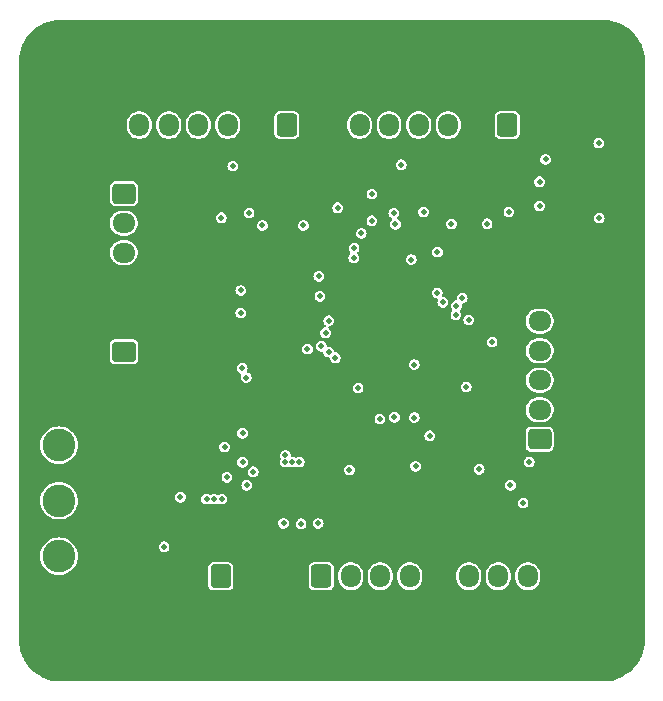
<source format=gbr>
%TF.GenerationSoftware,KiCad,Pcbnew,8.0.5-8.0.5-0~ubuntu24.04.1*%
%TF.CreationDate,2024-10-23T11:08:18+02:00*%
%TF.ProjectId,TagBot,54616742-6f74-42e6-9b69-6361645f7063,rev?*%
%TF.SameCoordinates,Original*%
%TF.FileFunction,Copper,L2,Inr*%
%TF.FilePolarity,Positive*%
%FSLAX46Y46*%
G04 Gerber Fmt 4.6, Leading zero omitted, Abs format (unit mm)*
G04 Created by KiCad (PCBNEW 8.0.5-8.0.5-0~ubuntu24.04.1) date 2024-10-23 11:08:18*
%MOMM*%
%LPD*%
G01*
G04 APERTURE LIST*
G04 Aperture macros list*
%AMRoundRect*
0 Rectangle with rounded corners*
0 $1 Rounding radius*
0 $2 $3 $4 $5 $6 $7 $8 $9 X,Y pos of 4 corners*
0 Add a 4 corners polygon primitive as box body*
4,1,4,$2,$3,$4,$5,$6,$7,$8,$9,$2,$3,0*
0 Add four circle primitives for the rounded corners*
1,1,$1+$1,$2,$3*
1,1,$1+$1,$4,$5*
1,1,$1+$1,$6,$7*
1,1,$1+$1,$8,$9*
0 Add four rect primitives between the rounded corners*
20,1,$1+$1,$2,$3,$4,$5,0*
20,1,$1+$1,$4,$5,$6,$7,0*
20,1,$1+$1,$6,$7,$8,$9,0*
20,1,$1+$1,$8,$9,$2,$3,0*%
G04 Aperture macros list end*
%TA.AperFunction,ComponentPad*%
%ADD10RoundRect,0.250000X-0.600000X-0.750000X0.600000X-0.750000X0.600000X0.750000X-0.600000X0.750000X0*%
%TD*%
%TA.AperFunction,ComponentPad*%
%ADD11O,1.700000X2.000000*%
%TD*%
%TA.AperFunction,ComponentPad*%
%ADD12C,0.800000*%
%TD*%
%TA.AperFunction,ComponentPad*%
%ADD13C,6.400000*%
%TD*%
%TA.AperFunction,ComponentPad*%
%ADD14RoundRect,0.250000X0.600000X0.725000X-0.600000X0.725000X-0.600000X-0.725000X0.600000X-0.725000X0*%
%TD*%
%TA.AperFunction,ComponentPad*%
%ADD15O,1.700000X1.950000*%
%TD*%
%TA.AperFunction,ComponentPad*%
%ADD16C,2.775000*%
%TD*%
%TA.AperFunction,ComponentPad*%
%ADD17RoundRect,0.250000X-0.750000X0.600000X-0.750000X-0.600000X0.750000X-0.600000X0.750000X0.600000X0*%
%TD*%
%TA.AperFunction,ComponentPad*%
%ADD18O,2.000000X1.700000*%
%TD*%
%TA.AperFunction,ComponentPad*%
%ADD19RoundRect,0.250000X0.725000X-0.600000X0.725000X0.600000X-0.725000X0.600000X-0.725000X-0.600000X0*%
%TD*%
%TA.AperFunction,ComponentPad*%
%ADD20O,1.950000X1.700000*%
%TD*%
%TA.AperFunction,ComponentPad*%
%ADD21RoundRect,0.250000X-0.725000X0.600000X-0.725000X-0.600000X0.725000X-0.600000X0.725000X0.600000X0*%
%TD*%
%TA.AperFunction,ComponentPad*%
%ADD22RoundRect,0.250000X-0.600000X-0.725000X0.600000X-0.725000X0.600000X0.725000X-0.600000X0.725000X0*%
%TD*%
%TA.AperFunction,ViaPad*%
%ADD23C,0.500000*%
%TD*%
G04 APERTURE END LIST*
D10*
%TO.N,Net-(J101-Pin_1)*%
%TO.C,Charg*%
X53600000Y-83600000D03*
D11*
%TO.N,GND*%
X56100000Y-83600000D03*
%TD*%
D12*
%TO.N,GND*%
%TO.C,H103*%
X37600000Y-89000000D03*
X38302944Y-87302944D03*
X38302944Y-90697056D03*
X40000000Y-86600000D03*
D13*
X40000000Y-89000000D03*
D12*
X40000000Y-91400000D03*
X41697056Y-87302944D03*
X41697056Y-90697056D03*
X42400000Y-89000000D03*
%TD*%
D14*
%TO.N,/RIGHT_OUT2*%
%TO.C,J1001*%
X77850000Y-45400000D03*
D15*
%TO.N,GND*%
X75350000Y-45400000D03*
%TO.N,/Encoder_Right_A*%
X72850000Y-45400000D03*
%TO.N,/Encoder_Right_B*%
X70350000Y-45400000D03*
%TO.N,+3.3V*%
X67850000Y-45400000D03*
%TO.N,/RIGHT_OUT1*%
X65350000Y-45400000D03*
%TD*%
D12*
%TO.N,GND*%
%TO.C,H101*%
X37600000Y-40000000D03*
X38302944Y-38302944D03*
X38302944Y-41697056D03*
X40000000Y-37600000D03*
D13*
X40000000Y-40000000D03*
D12*
X40000000Y-42400000D03*
X41697056Y-38302944D03*
X41697056Y-41697056D03*
X42400000Y-40000000D03*
%TD*%
D16*
%TO.N,Net-(J101-Pin_1)*%
%TO.C,charg*%
X39900000Y-81900000D03*
%TO.N,/Valim*%
X39900000Y-77200000D03*
%TO.N,/Vbatterie*%
X39900000Y-72500000D03*
%TD*%
D17*
%TO.N,/Vbatterie*%
%TO.C,Batt*%
X45400000Y-64600000D03*
D18*
%TO.N,GND*%
X45400000Y-67100000D03*
%TD*%
D14*
%TO.N,/LEFT_OUT2*%
%TO.C,J1002*%
X59200000Y-45400000D03*
D15*
%TO.N,GND*%
X56700000Y-45400000D03*
%TO.N,/Encoder_Left_A*%
X54200000Y-45400000D03*
%TO.N,/Encoder_Left_B*%
X51700000Y-45400000D03*
%TO.N,+3.3V*%
X49200000Y-45400000D03*
%TO.N,/LEFT_OUT1*%
X46700000Y-45400000D03*
%TD*%
D19*
%TO.N,Net-(J801-Pin_1)*%
%TO.C,LIDAR*%
X80600000Y-72000000D03*
D20*
%TO.N,Net-(J801-Pin_2)*%
X80600000Y-69500000D03*
%TO.N,Net-(J801-Pin_3)*%
X80600000Y-67000000D03*
%TO.N,Net-(J801-Pin_4)*%
X80600000Y-64500000D03*
%TO.N,+5V*%
X80600000Y-62000000D03*
%TO.N,GND*%
X80600000Y-59500000D03*
%TD*%
D21*
%TO.N,/OLED_SDA*%
%TO.C,J1101*%
X45400000Y-51200000D03*
D20*
%TO.N,/OLED_SCL*%
X45400000Y-53700000D03*
%TO.N,+3.3V*%
X45400000Y-56200000D03*
%TO.N,GND*%
X45400000Y-58700000D03*
%TD*%
D12*
%TO.N,GND*%
%TO.C,H104*%
X83600000Y-89000000D03*
X84302944Y-87302944D03*
X84302944Y-90697056D03*
X86000000Y-86600000D03*
D13*
X86000000Y-89000000D03*
D12*
X86000000Y-91400000D03*
X87697056Y-87302944D03*
X87697056Y-90697056D03*
X88400000Y-89000000D03*
%TD*%
%TO.N,GND*%
%TO.C,H102*%
X83600000Y-40000000D03*
X84302944Y-38302944D03*
X84302944Y-41697056D03*
X86000000Y-37600000D03*
D13*
X86000000Y-40000000D03*
D12*
X86000000Y-42400000D03*
X87697056Y-38302944D03*
X87697056Y-41697056D03*
X88400000Y-40000000D03*
%TD*%
D22*
%TO.N,unconnected-(J901-Pin_1-Pad1)*%
%TO.C,J901*%
X62100000Y-83600000D03*
D15*
%TO.N,Net-(J901-Pin_2)*%
X64600000Y-83600000D03*
%TO.N,Net-(J901-Pin_3)*%
X67100000Y-83600000D03*
%TO.N,Net-(J901-Pin_4)*%
X69600000Y-83600000D03*
%TO.N,GND*%
X72100000Y-83600000D03*
%TO.N,/LIDAR_Input*%
X74600000Y-83600000D03*
%TO.N,/LIDAR_Output*%
X77100000Y-83600000D03*
%TO.N,+5V*%
X79600000Y-83600000D03*
%TD*%
D23*
%TO.N,GND*%
X54250000Y-58250000D03*
X68800000Y-81400000D03*
X75850000Y-73150000D03*
X52625000Y-79950000D03*
X59350000Y-72175000D03*
X69000000Y-77750000D03*
X58450000Y-51007500D03*
X71500000Y-44250000D03*
X59550000Y-49507500D03*
X73200000Y-50850000D03*
X78750000Y-81750000D03*
X48900000Y-68500000D03*
X71250000Y-73250000D03*
X56300000Y-58700000D03*
X78100000Y-69900000D03*
X57450000Y-43950000D03*
X56350000Y-64850000D03*
X61250000Y-68750000D03*
X53525000Y-79825000D03*
X59500000Y-71000000D03*
X66800000Y-75500000D03*
X88700000Y-85800000D03*
X47600000Y-91500000D03*
X53000000Y-44000000D03*
X42800000Y-70100000D03*
X74300000Y-49450000D03*
X63950000Y-66050000D03*
X67450000Y-61180000D03*
X54025000Y-79550000D03*
X54350000Y-75900000D03*
X74575000Y-79350000D03*
X61250000Y-71000000D03*
X85200000Y-50700000D03*
X48875000Y-72400000D03*
X66900000Y-74250000D03*
X47750000Y-44000000D03*
X62200000Y-55800000D03*
X40000000Y-45750000D03*
X62750000Y-68750000D03*
X61000000Y-72700000D03*
X74200000Y-74400000D03*
X58500000Y-77750000D03*
X41100000Y-70100000D03*
X78140000Y-48940000D03*
X66000000Y-59800000D03*
X48900000Y-66400000D03*
X46100000Y-70100000D03*
X63750000Y-67250000D03*
X40100000Y-84600000D03*
X48950000Y-49300000D03*
X63750000Y-77000000D03*
X60550000Y-49507500D03*
X66000000Y-62600000D03*
X61050000Y-58175000D03*
X60650000Y-51007500D03*
X72950000Y-78500000D03*
X59550000Y-52307500D03*
X75200000Y-49450000D03*
X80750000Y-56250000D03*
X58500000Y-76500000D03*
X46700000Y-91500000D03*
X52678768Y-51571232D03*
X68900000Y-59800000D03*
X62250000Y-40750000D03*
X58250000Y-80500000D03*
X50300000Y-50550000D03*
X62250000Y-37500000D03*
X37900000Y-84500000D03*
X59175000Y-55875000D03*
X53350000Y-63000000D03*
X66975000Y-48750000D03*
X57450000Y-56100000D03*
X49725000Y-79950000D03*
X56700000Y-63500000D03*
X43250000Y-47750000D03*
X47700000Y-70100000D03*
X66500000Y-44250000D03*
X43200000Y-43700000D03*
X75950000Y-60500000D03*
X43250000Y-91500000D03*
X54150000Y-77600000D03*
X52700000Y-50050000D03*
X75400000Y-50850000D03*
X51000000Y-69750000D03*
X67450000Y-50200000D03*
X68800000Y-62600000D03*
X78950000Y-75250000D03*
X79000000Y-79250000D03*
X85200000Y-52000000D03*
X69300000Y-74400000D03*
X48600000Y-61300000D03*
X76400000Y-43650000D03*
X47450001Y-81750000D03*
X85300000Y-48200000D03*
X48500000Y-55750000D03*
X65675000Y-56175000D03*
X56625000Y-59875000D03*
X42200000Y-85600000D03*
X64500000Y-72075000D03*
X68125000Y-74075000D03*
X73550000Y-67225000D03*
X79150000Y-68050000D03*
X59700000Y-66950000D03*
X53950000Y-78400000D03*
X86500000Y-75500000D03*
X73300000Y-52250000D03*
X75200000Y-52250000D03*
X63925000Y-49050000D03*
X37200000Y-43550000D03*
X83250000Y-85750000D03*
X50000000Y-73500000D03*
X61250000Y-67000000D03*
X62675000Y-72250000D03*
X66000000Y-77250000D03*
X48960000Y-54350000D03*
X85525000Y-76200000D03*
X67321232Y-52021232D03*
X54500000Y-74000000D03*
X71100000Y-75200000D03*
X62250000Y-43500000D03*
X53550000Y-60325000D03*
X71000000Y-81750000D03*
X61250000Y-65500000D03*
X51150000Y-52325000D03*
X53250000Y-48500000D03*
X51800000Y-58200000D03*
X81400000Y-80100000D03*
X58550000Y-52307500D03*
X84750000Y-56250000D03*
X58550000Y-49507500D03*
X48600000Y-63400000D03*
X57925000Y-64550000D03*
X60750000Y-77000000D03*
X59500000Y-68750000D03*
X54850000Y-63000000D03*
X53000000Y-65250000D03*
X77350000Y-65350000D03*
X88000000Y-56250000D03*
X56500000Y-55500000D03*
X73300000Y-49450000D03*
X73100000Y-65975000D03*
X44400000Y-70100000D03*
X49475000Y-51675000D03*
X74300000Y-52250000D03*
X70850000Y-67275000D03*
X48600000Y-59325000D03*
X60550000Y-52307500D03*
X74500000Y-59346036D03*
X54350000Y-71275000D03*
X37250000Y-47750000D03*
X66000000Y-81500000D03*
%TO.N,+3.3V*%
X78125000Y-75900000D03*
X55750000Y-66775000D03*
X61900000Y-58200000D03*
X74046973Y-60056259D03*
X64887306Y-55812694D03*
X74377818Y-67575000D03*
X69975000Y-65675000D03*
X85650000Y-53280000D03*
X55425000Y-66000000D03*
X70100000Y-74300000D03*
X64500000Y-74600000D03*
%TO.N,/BTN_CAT_MOUSE*%
X74600000Y-61900000D03*
X76575000Y-63775000D03*
X62000000Y-59900000D03*
X79200000Y-77400000D03*
%TO.N,/Valim*%
X60600000Y-53900000D03*
X68875000Y-48750000D03*
X76150000Y-53750000D03*
X57125000Y-53900000D03*
X68396232Y-53803768D03*
X53650000Y-53250000D03*
X54625000Y-48875000D03*
X73125000Y-53775000D03*
%TO.N,Net-(U401-SW)*%
X60250000Y-73925000D03*
X53050003Y-77075000D03*
X59075000Y-73375000D03*
X59075000Y-73925000D03*
X59650000Y-73925000D03*
X52400000Y-77075000D03*
X53700006Y-77075000D03*
%TO.N,+5V*%
X55450000Y-71500000D03*
X60400000Y-79150000D03*
X55800000Y-75900000D03*
X55450000Y-73950000D03*
X58925000Y-79125000D03*
X61850000Y-79125000D03*
%TO.N,/USR_LED_1*%
X62750000Y-61955000D03*
X55300000Y-59400000D03*
%TO.N,/USR_LED_2*%
X55300000Y-61300000D03*
X62473731Y-62973731D03*
%TO.N,/SDO-MISO*%
X67075000Y-70300000D03*
X65225000Y-67675000D03*
%TO.N,/Interrupt2*%
X68300000Y-70150000D03*
X62728736Y-64600000D03*
%TO.N,/CS-NSS*%
X71300000Y-71700000D03*
X63300000Y-65100000D03*
%TO.N,/Interrupt1*%
X69987500Y-70162500D03*
X62125000Y-64125000D03*
%TO.N,/STLINK_TX*%
X71950000Y-56150000D03*
X85600000Y-46930000D03*
%TO.N,/STLINK_RX*%
X80596232Y-50200000D03*
X80600000Y-52250000D03*
%TO.N,/Encoder_Left_A*%
X66400000Y-53500000D03*
%TO.N,/Encoder_Left_B*%
X65500000Y-54575000D03*
%TO.N,/Encoder_Right_A*%
X68250000Y-52850000D03*
%TO.N,/Encoder_Right_B*%
X66400000Y-51250000D03*
%TO.N,/OLED_SDA*%
X64871232Y-56628768D03*
%TO.N,/OLED_SCL*%
X69725000Y-56787500D03*
%TO.N,Net-(J801-Pin_1)*%
X79725000Y-73925000D03*
X75477818Y-74550000D03*
%TO.N,Net-(U401-EN{slash}SYNC)*%
X50180288Y-76912662D03*
X53925000Y-72650000D03*
%TO.N,Net-(U401-BST)*%
X54125000Y-75225000D03*
X56350000Y-74750000D03*
%TO.N,/LEFT_FWD*%
X72400000Y-60405000D03*
X56000000Y-52850000D03*
%TO.N,/LEFT_REV*%
X71935000Y-59615000D03*
X63500000Y-52400000D03*
%TO.N,/RIGHT_REV*%
X78000000Y-52750000D03*
X73550000Y-60700000D03*
%TO.N,/RIGHT_FWD*%
X73510362Y-61454378D03*
X70775000Y-52750000D03*
%TO.N,/NRST*%
X48800000Y-81100000D03*
X60937500Y-64362500D03*
X81108591Y-48308591D03*
%TD*%
%TA.AperFunction,Conductor*%
%TO.N,GND*%
G36*
X85932681Y-36500312D02*
G01*
X85934107Y-36500499D01*
X85934108Y-36500500D01*
X85996949Y-36500500D01*
X86003032Y-36500648D01*
X86336929Y-36517052D01*
X86349037Y-36518245D01*
X86452146Y-36533539D01*
X86676699Y-36566849D01*
X86688617Y-36569219D01*
X87009951Y-36649709D01*
X87021588Y-36653240D01*
X87090229Y-36677800D01*
X87333467Y-36764832D01*
X87344688Y-36769479D01*
X87644163Y-36911120D01*
X87654871Y-36916844D01*
X87937261Y-37086102D01*
X87938988Y-37087137D01*
X87949106Y-37093897D01*
X88215170Y-37291224D01*
X88224576Y-37298944D01*
X88470013Y-37521395D01*
X88478604Y-37529986D01*
X88665755Y-37736475D01*
X88701055Y-37775423D01*
X88708775Y-37784829D01*
X88906102Y-38050893D01*
X88912862Y-38061011D01*
X89041776Y-38276092D01*
X89083148Y-38345116D01*
X89088883Y-38355844D01*
X89225647Y-38645008D01*
X89230514Y-38655297D01*
X89235170Y-38666540D01*
X89346759Y-38978411D01*
X89350292Y-38990055D01*
X89430777Y-39311369D01*
X89433151Y-39323305D01*
X89481754Y-39650962D01*
X89482947Y-39663071D01*
X89499351Y-39996966D01*
X89499500Y-40003051D01*
X89499500Y-88996948D01*
X89499351Y-89003033D01*
X89482947Y-89336928D01*
X89481754Y-89349037D01*
X89433151Y-89676694D01*
X89430777Y-89688630D01*
X89350292Y-90009944D01*
X89346759Y-90021588D01*
X89235170Y-90333459D01*
X89230514Y-90344702D01*
X89088885Y-90644151D01*
X89083148Y-90654883D01*
X88912862Y-90938988D01*
X88906102Y-90949106D01*
X88708775Y-91215170D01*
X88701055Y-91224576D01*
X88478611Y-91470006D01*
X88470006Y-91478611D01*
X88224576Y-91701055D01*
X88215170Y-91708775D01*
X87949106Y-91906102D01*
X87938988Y-91912862D01*
X87654883Y-92083148D01*
X87644151Y-92088885D01*
X87344702Y-92230514D01*
X87333459Y-92235170D01*
X87021588Y-92346759D01*
X87009944Y-92350292D01*
X86688630Y-92430777D01*
X86676694Y-92433151D01*
X86349037Y-92481754D01*
X86336928Y-92482947D01*
X86021989Y-92498419D01*
X86003031Y-92499351D01*
X85996949Y-92499500D01*
X40003051Y-92499500D01*
X39996968Y-92499351D01*
X39976900Y-92498365D01*
X39663071Y-92482947D01*
X39650962Y-92481754D01*
X39323305Y-92433151D01*
X39311369Y-92430777D01*
X38990055Y-92350292D01*
X38978411Y-92346759D01*
X38666540Y-92235170D01*
X38655301Y-92230515D01*
X38355844Y-92088883D01*
X38345121Y-92083150D01*
X38061011Y-91912862D01*
X38050893Y-91906102D01*
X37784829Y-91708775D01*
X37775423Y-91701055D01*
X37736475Y-91665755D01*
X37529986Y-91478604D01*
X37521395Y-91470013D01*
X37298944Y-91224576D01*
X37291224Y-91215170D01*
X37093897Y-90949106D01*
X37087137Y-90938988D01*
X36916844Y-90654871D01*
X36911120Y-90644163D01*
X36769479Y-90344688D01*
X36764829Y-90333459D01*
X36653240Y-90021588D01*
X36649707Y-90009944D01*
X36640958Y-89975015D01*
X36569219Y-89688617D01*
X36566848Y-89676694D01*
X36518245Y-89349037D01*
X36517052Y-89336927D01*
X36500649Y-89003032D01*
X36500500Y-88996948D01*
X36500500Y-88934108D01*
X36500311Y-88932672D01*
X36499251Y-88916492D01*
X36499251Y-81900000D01*
X38307090Y-81900000D01*
X38326700Y-82149181D01*
X38385054Y-82392240D01*
X38480704Y-82623162D01*
X38480706Y-82623165D01*
X38611305Y-82836283D01*
X38611306Y-82836285D01*
X38611307Y-82836287D01*
X38611309Y-82836289D01*
X38773643Y-83026357D01*
X38963711Y-83188691D01*
X38963713Y-83188692D01*
X38963714Y-83188693D01*
X38963716Y-83188694D01*
X39176834Y-83319293D01*
X39176837Y-83319295D01*
X39407759Y-83414945D01*
X39407764Y-83414947D01*
X39650814Y-83473299D01*
X39900000Y-83492910D01*
X40149186Y-83473299D01*
X40392236Y-83414947D01*
X40507701Y-83367120D01*
X40623162Y-83319295D01*
X40623163Y-83319294D01*
X40623166Y-83319293D01*
X40836289Y-83188691D01*
X41026357Y-83026357D01*
X41188691Y-82836289D01*
X41213546Y-82795730D01*
X52549500Y-82795730D01*
X52549500Y-84404269D01*
X52552353Y-84434699D01*
X52552353Y-84434701D01*
X52588458Y-84537880D01*
X52597207Y-84562882D01*
X52677850Y-84672150D01*
X52787118Y-84752793D01*
X52829845Y-84767744D01*
X52915299Y-84797646D01*
X52945730Y-84800500D01*
X52945734Y-84800500D01*
X54254270Y-84800500D01*
X54284699Y-84797646D01*
X54284701Y-84797646D01*
X54356145Y-84772646D01*
X54412882Y-84752793D01*
X54522150Y-84672150D01*
X54602793Y-84562882D01*
X54625219Y-84498790D01*
X54647646Y-84434701D01*
X54647646Y-84434699D01*
X54650500Y-84404269D01*
X54650500Y-82820730D01*
X61049500Y-82820730D01*
X61049500Y-84379269D01*
X61052353Y-84409699D01*
X61052353Y-84409701D01*
X61097206Y-84537880D01*
X61097207Y-84537882D01*
X61177850Y-84647150D01*
X61287118Y-84727793D01*
X61308089Y-84735131D01*
X61415299Y-84772646D01*
X61445730Y-84775500D01*
X61445734Y-84775500D01*
X62754270Y-84775500D01*
X62784699Y-84772646D01*
X62784701Y-84772646D01*
X62848790Y-84750219D01*
X62912882Y-84727793D01*
X63022150Y-84647150D01*
X63102793Y-84537882D01*
X63125219Y-84473790D01*
X63147646Y-84409701D01*
X63147646Y-84409699D01*
X63150500Y-84379269D01*
X63150500Y-83371530D01*
X63549500Y-83371530D01*
X63549500Y-83828469D01*
X63589868Y-84031412D01*
X63589870Y-84031420D01*
X63669058Y-84222596D01*
X63784024Y-84394657D01*
X63930342Y-84540975D01*
X63930345Y-84540977D01*
X64102402Y-84655941D01*
X64293580Y-84735130D01*
X64482187Y-84772646D01*
X64496530Y-84775499D01*
X64496534Y-84775500D01*
X64496535Y-84775500D01*
X64703466Y-84775500D01*
X64703467Y-84775499D01*
X64906420Y-84735130D01*
X65097598Y-84655941D01*
X65269655Y-84540977D01*
X65415977Y-84394655D01*
X65530941Y-84222598D01*
X65610130Y-84031420D01*
X65650500Y-83828465D01*
X65650500Y-83371535D01*
X65650499Y-83371530D01*
X66049500Y-83371530D01*
X66049500Y-83828469D01*
X66089868Y-84031412D01*
X66089870Y-84031420D01*
X66169058Y-84222596D01*
X66284024Y-84394657D01*
X66430342Y-84540975D01*
X66430345Y-84540977D01*
X66602402Y-84655941D01*
X66793580Y-84735130D01*
X66982187Y-84772646D01*
X66996530Y-84775499D01*
X66996534Y-84775500D01*
X66996535Y-84775500D01*
X67203466Y-84775500D01*
X67203467Y-84775499D01*
X67406420Y-84735130D01*
X67597598Y-84655941D01*
X67769655Y-84540977D01*
X67915977Y-84394655D01*
X68030941Y-84222598D01*
X68110130Y-84031420D01*
X68150500Y-83828465D01*
X68150500Y-83371535D01*
X68150499Y-83371530D01*
X68549500Y-83371530D01*
X68549500Y-83828469D01*
X68589868Y-84031412D01*
X68589870Y-84031420D01*
X68669058Y-84222596D01*
X68784024Y-84394657D01*
X68930342Y-84540975D01*
X68930345Y-84540977D01*
X69102402Y-84655941D01*
X69293580Y-84735130D01*
X69482187Y-84772646D01*
X69496530Y-84775499D01*
X69496534Y-84775500D01*
X69496535Y-84775500D01*
X69703466Y-84775500D01*
X69703467Y-84775499D01*
X69906420Y-84735130D01*
X70097598Y-84655941D01*
X70269655Y-84540977D01*
X70415977Y-84394655D01*
X70530941Y-84222598D01*
X70610130Y-84031420D01*
X70650500Y-83828465D01*
X70650500Y-83371535D01*
X70650499Y-83371530D01*
X73549500Y-83371530D01*
X73549500Y-83828469D01*
X73589868Y-84031412D01*
X73589870Y-84031420D01*
X73669058Y-84222596D01*
X73784024Y-84394657D01*
X73930342Y-84540975D01*
X73930345Y-84540977D01*
X74102402Y-84655941D01*
X74293580Y-84735130D01*
X74482187Y-84772646D01*
X74496530Y-84775499D01*
X74496534Y-84775500D01*
X74496535Y-84775500D01*
X74703466Y-84775500D01*
X74703467Y-84775499D01*
X74906420Y-84735130D01*
X75097598Y-84655941D01*
X75269655Y-84540977D01*
X75415977Y-84394655D01*
X75530941Y-84222598D01*
X75610130Y-84031420D01*
X75650500Y-83828465D01*
X75650500Y-83371535D01*
X75650499Y-83371530D01*
X76049500Y-83371530D01*
X76049500Y-83828469D01*
X76089868Y-84031412D01*
X76089870Y-84031420D01*
X76169058Y-84222596D01*
X76284024Y-84394657D01*
X76430342Y-84540975D01*
X76430345Y-84540977D01*
X76602402Y-84655941D01*
X76793580Y-84735130D01*
X76982187Y-84772646D01*
X76996530Y-84775499D01*
X76996534Y-84775500D01*
X76996535Y-84775500D01*
X77203466Y-84775500D01*
X77203467Y-84775499D01*
X77406420Y-84735130D01*
X77597598Y-84655941D01*
X77769655Y-84540977D01*
X77915977Y-84394655D01*
X78030941Y-84222598D01*
X78110130Y-84031420D01*
X78150500Y-83828465D01*
X78150500Y-83371535D01*
X78150499Y-83371530D01*
X78549500Y-83371530D01*
X78549500Y-83828469D01*
X78589868Y-84031412D01*
X78589870Y-84031420D01*
X78669058Y-84222596D01*
X78784024Y-84394657D01*
X78930342Y-84540975D01*
X78930345Y-84540977D01*
X79102402Y-84655941D01*
X79293580Y-84735130D01*
X79482187Y-84772646D01*
X79496530Y-84775499D01*
X79496534Y-84775500D01*
X79496535Y-84775500D01*
X79703466Y-84775500D01*
X79703467Y-84775499D01*
X79906420Y-84735130D01*
X80097598Y-84655941D01*
X80269655Y-84540977D01*
X80415977Y-84394655D01*
X80530941Y-84222598D01*
X80610130Y-84031420D01*
X80650500Y-83828465D01*
X80650500Y-83371535D01*
X80610130Y-83168580D01*
X80530941Y-82977402D01*
X80415977Y-82805345D01*
X80415975Y-82805342D01*
X80269657Y-82659024D01*
X80183626Y-82601541D01*
X80097598Y-82544059D01*
X80058466Y-82527850D01*
X79906420Y-82464870D01*
X79906412Y-82464868D01*
X79703469Y-82424500D01*
X79703465Y-82424500D01*
X79496535Y-82424500D01*
X79496530Y-82424500D01*
X79293587Y-82464868D01*
X79293579Y-82464870D01*
X79102403Y-82544058D01*
X78930342Y-82659024D01*
X78784024Y-82805342D01*
X78669058Y-82977403D01*
X78589870Y-83168579D01*
X78589868Y-83168587D01*
X78549500Y-83371530D01*
X78150499Y-83371530D01*
X78110130Y-83168580D01*
X78030941Y-82977402D01*
X77915977Y-82805345D01*
X77915975Y-82805342D01*
X77769657Y-82659024D01*
X77683626Y-82601541D01*
X77597598Y-82544059D01*
X77558466Y-82527850D01*
X77406420Y-82464870D01*
X77406412Y-82464868D01*
X77203469Y-82424500D01*
X77203465Y-82424500D01*
X76996535Y-82424500D01*
X76996530Y-82424500D01*
X76793587Y-82464868D01*
X76793579Y-82464870D01*
X76602403Y-82544058D01*
X76430342Y-82659024D01*
X76284024Y-82805342D01*
X76169058Y-82977403D01*
X76089870Y-83168579D01*
X76089868Y-83168587D01*
X76049500Y-83371530D01*
X75650499Y-83371530D01*
X75610130Y-83168580D01*
X75530941Y-82977402D01*
X75415977Y-82805345D01*
X75415975Y-82805342D01*
X75269657Y-82659024D01*
X75183626Y-82601541D01*
X75097598Y-82544059D01*
X75058466Y-82527850D01*
X74906420Y-82464870D01*
X74906412Y-82464868D01*
X74703469Y-82424500D01*
X74703465Y-82424500D01*
X74496535Y-82424500D01*
X74496530Y-82424500D01*
X74293587Y-82464868D01*
X74293579Y-82464870D01*
X74102403Y-82544058D01*
X73930342Y-82659024D01*
X73784024Y-82805342D01*
X73669058Y-82977403D01*
X73589870Y-83168579D01*
X73589868Y-83168587D01*
X73549500Y-83371530D01*
X70650499Y-83371530D01*
X70610130Y-83168580D01*
X70530941Y-82977402D01*
X70415977Y-82805345D01*
X70415975Y-82805342D01*
X70269657Y-82659024D01*
X70183626Y-82601541D01*
X70097598Y-82544059D01*
X70058466Y-82527850D01*
X69906420Y-82464870D01*
X69906412Y-82464868D01*
X69703469Y-82424500D01*
X69703465Y-82424500D01*
X69496535Y-82424500D01*
X69496530Y-82424500D01*
X69293587Y-82464868D01*
X69293579Y-82464870D01*
X69102403Y-82544058D01*
X68930342Y-82659024D01*
X68784024Y-82805342D01*
X68669058Y-82977403D01*
X68589870Y-83168579D01*
X68589868Y-83168587D01*
X68549500Y-83371530D01*
X68150499Y-83371530D01*
X68110130Y-83168580D01*
X68030941Y-82977402D01*
X67915977Y-82805345D01*
X67915975Y-82805342D01*
X67769657Y-82659024D01*
X67683626Y-82601541D01*
X67597598Y-82544059D01*
X67558466Y-82527850D01*
X67406420Y-82464870D01*
X67406412Y-82464868D01*
X67203469Y-82424500D01*
X67203465Y-82424500D01*
X66996535Y-82424500D01*
X66996530Y-82424500D01*
X66793587Y-82464868D01*
X66793579Y-82464870D01*
X66602403Y-82544058D01*
X66430342Y-82659024D01*
X66284024Y-82805342D01*
X66169058Y-82977403D01*
X66089870Y-83168579D01*
X66089868Y-83168587D01*
X66049500Y-83371530D01*
X65650499Y-83371530D01*
X65610130Y-83168580D01*
X65530941Y-82977402D01*
X65415977Y-82805345D01*
X65415975Y-82805342D01*
X65269657Y-82659024D01*
X65183626Y-82601541D01*
X65097598Y-82544059D01*
X65058466Y-82527850D01*
X64906420Y-82464870D01*
X64906412Y-82464868D01*
X64703469Y-82424500D01*
X64703465Y-82424500D01*
X64496535Y-82424500D01*
X64496530Y-82424500D01*
X64293587Y-82464868D01*
X64293579Y-82464870D01*
X64102403Y-82544058D01*
X63930342Y-82659024D01*
X63784024Y-82805342D01*
X63669058Y-82977403D01*
X63589870Y-83168579D01*
X63589868Y-83168587D01*
X63549500Y-83371530D01*
X63150500Y-83371530D01*
X63150500Y-82820730D01*
X63147646Y-82790300D01*
X63147646Y-82790298D01*
X63102793Y-82662119D01*
X63102792Y-82662117D01*
X63022150Y-82552850D01*
X62912882Y-82472207D01*
X62912880Y-82472206D01*
X62784700Y-82427353D01*
X62754270Y-82424500D01*
X62754266Y-82424500D01*
X61445734Y-82424500D01*
X61445730Y-82424500D01*
X61415300Y-82427353D01*
X61415298Y-82427353D01*
X61287119Y-82472206D01*
X61287117Y-82472207D01*
X61177850Y-82552850D01*
X61097207Y-82662117D01*
X61097206Y-82662119D01*
X61052353Y-82790298D01*
X61052353Y-82790300D01*
X61049500Y-82820730D01*
X54650500Y-82820730D01*
X54650500Y-82795730D01*
X54647646Y-82765300D01*
X54647646Y-82765298D01*
X54602793Y-82637119D01*
X54602792Y-82637117D01*
X54592493Y-82623162D01*
X54522150Y-82527850D01*
X54412882Y-82447207D01*
X54412880Y-82447206D01*
X54284700Y-82402353D01*
X54254270Y-82399500D01*
X54254266Y-82399500D01*
X52945734Y-82399500D01*
X52945730Y-82399500D01*
X52915300Y-82402353D01*
X52915298Y-82402353D01*
X52787119Y-82447206D01*
X52787117Y-82447207D01*
X52677850Y-82527850D01*
X52597207Y-82637117D01*
X52597206Y-82637119D01*
X52552353Y-82765298D01*
X52552353Y-82765300D01*
X52549500Y-82795730D01*
X41213546Y-82795730D01*
X41319293Y-82623166D01*
X41352061Y-82544058D01*
X41392178Y-82447206D01*
X41414947Y-82392236D01*
X41473299Y-82149186D01*
X41492910Y-81900000D01*
X41473299Y-81650814D01*
X41414947Y-81407764D01*
X41389390Y-81346063D01*
X41319295Y-81176837D01*
X41319293Y-81176834D01*
X41272209Y-81100000D01*
X48344867Y-81100000D01*
X48363302Y-81228225D01*
X48417117Y-81346061D01*
X48417118Y-81346063D01*
X48501951Y-81443967D01*
X48610931Y-81514004D01*
X48735225Y-81550499D01*
X48735227Y-81550500D01*
X48735228Y-81550500D01*
X48864773Y-81550500D01*
X48864773Y-81550499D01*
X48989069Y-81514004D01*
X49098049Y-81443967D01*
X49182882Y-81346063D01*
X49236697Y-81228226D01*
X49255133Y-81100000D01*
X49236697Y-80971774D01*
X49182882Y-80853937D01*
X49098049Y-80756033D01*
X48989069Y-80685996D01*
X48989065Y-80685994D01*
X48989064Y-80685994D01*
X48864774Y-80649500D01*
X48864772Y-80649500D01*
X48735228Y-80649500D01*
X48735226Y-80649500D01*
X48610935Y-80685994D01*
X48610932Y-80685995D01*
X48610931Y-80685996D01*
X48559677Y-80718934D01*
X48501950Y-80756033D01*
X48417118Y-80853937D01*
X48417117Y-80853938D01*
X48363302Y-80971774D01*
X48344867Y-81100000D01*
X41272209Y-81100000D01*
X41188694Y-80963716D01*
X41188693Y-80963714D01*
X41188692Y-80963713D01*
X41188691Y-80963711D01*
X41026357Y-80773643D01*
X40836289Y-80611309D01*
X40836287Y-80611307D01*
X40836285Y-80611306D01*
X40836283Y-80611305D01*
X40623165Y-80480706D01*
X40623162Y-80480704D01*
X40392240Y-80385054D01*
X40392236Y-80385053D01*
X40149186Y-80326701D01*
X40149184Y-80326700D01*
X40149181Y-80326700D01*
X39900000Y-80307090D01*
X39650818Y-80326700D01*
X39407759Y-80385054D01*
X39176837Y-80480704D01*
X39176834Y-80480706D01*
X38963716Y-80611305D01*
X38963714Y-80611306D01*
X38773643Y-80773643D01*
X38611306Y-80963714D01*
X38611305Y-80963716D01*
X38480706Y-81176834D01*
X38480704Y-81176837D01*
X38385054Y-81407759D01*
X38326700Y-81650818D01*
X38307090Y-81900000D01*
X36499251Y-81900000D01*
X36499251Y-79125000D01*
X58469867Y-79125000D01*
X58488302Y-79253225D01*
X58499720Y-79278226D01*
X58542118Y-79371063D01*
X58626951Y-79468967D01*
X58735931Y-79539004D01*
X58821079Y-79564005D01*
X58860225Y-79575499D01*
X58860227Y-79575500D01*
X58860228Y-79575500D01*
X58989773Y-79575500D01*
X58989773Y-79575499D01*
X59114069Y-79539004D01*
X59223049Y-79468967D01*
X59307882Y-79371063D01*
X59361697Y-79253226D01*
X59376539Y-79150000D01*
X59944867Y-79150000D01*
X59963302Y-79278225D01*
X60005700Y-79371061D01*
X60017118Y-79396063D01*
X60101951Y-79493967D01*
X60210931Y-79564004D01*
X60250084Y-79575500D01*
X60335225Y-79600499D01*
X60335227Y-79600500D01*
X60335228Y-79600500D01*
X60464773Y-79600500D01*
X60464773Y-79600499D01*
X60589069Y-79564004D01*
X60698049Y-79493967D01*
X60782882Y-79396063D01*
X60836697Y-79278226D01*
X60855133Y-79150000D01*
X60851539Y-79125000D01*
X61394867Y-79125000D01*
X61413302Y-79253225D01*
X61424720Y-79278226D01*
X61467118Y-79371063D01*
X61551951Y-79468967D01*
X61660931Y-79539004D01*
X61746079Y-79564005D01*
X61785225Y-79575499D01*
X61785227Y-79575500D01*
X61785228Y-79575500D01*
X61914773Y-79575500D01*
X61914773Y-79575499D01*
X62039069Y-79539004D01*
X62148049Y-79468967D01*
X62232882Y-79371063D01*
X62286697Y-79253226D01*
X62305133Y-79125000D01*
X62286697Y-78996774D01*
X62232882Y-78878937D01*
X62148049Y-78781033D01*
X62039069Y-78710996D01*
X62039065Y-78710994D01*
X62039064Y-78710994D01*
X61914774Y-78674500D01*
X61914772Y-78674500D01*
X61785228Y-78674500D01*
X61785226Y-78674500D01*
X61660935Y-78710994D01*
X61660932Y-78710995D01*
X61660931Y-78710996D01*
X61622033Y-78735994D01*
X61551950Y-78781033D01*
X61467118Y-78878937D01*
X61467117Y-78878938D01*
X61413302Y-78996774D01*
X61394867Y-79125000D01*
X60851539Y-79125000D01*
X60836697Y-79021774D01*
X60782882Y-78903937D01*
X60698049Y-78806033D01*
X60589069Y-78735996D01*
X60589065Y-78735994D01*
X60589064Y-78735994D01*
X60464774Y-78699500D01*
X60464772Y-78699500D01*
X60335228Y-78699500D01*
X60335226Y-78699500D01*
X60210935Y-78735994D01*
X60210932Y-78735995D01*
X60210931Y-78735996D01*
X60159677Y-78768934D01*
X60101950Y-78806033D01*
X60017118Y-78903937D01*
X60017117Y-78903938D01*
X59963302Y-79021774D01*
X59944867Y-79150000D01*
X59376539Y-79150000D01*
X59380133Y-79125000D01*
X59361697Y-78996774D01*
X59307882Y-78878937D01*
X59223049Y-78781033D01*
X59114069Y-78710996D01*
X59114065Y-78710994D01*
X59114064Y-78710994D01*
X58989774Y-78674500D01*
X58989772Y-78674500D01*
X58860228Y-78674500D01*
X58860226Y-78674500D01*
X58735935Y-78710994D01*
X58735932Y-78710995D01*
X58735931Y-78710996D01*
X58697033Y-78735994D01*
X58626950Y-78781033D01*
X58542118Y-78878937D01*
X58542117Y-78878938D01*
X58488302Y-78996774D01*
X58469867Y-79125000D01*
X36499251Y-79125000D01*
X36499251Y-77200000D01*
X38307090Y-77200000D01*
X38326700Y-77449181D01*
X38326700Y-77449184D01*
X38326701Y-77449186D01*
X38373968Y-77646063D01*
X38385054Y-77692240D01*
X38480704Y-77923162D01*
X38480706Y-77923165D01*
X38611305Y-78136283D01*
X38611306Y-78136285D01*
X38611307Y-78136287D01*
X38611309Y-78136289D01*
X38773643Y-78326357D01*
X38963711Y-78488691D01*
X38963713Y-78488692D01*
X38963714Y-78488693D01*
X38963716Y-78488694D01*
X39176834Y-78619293D01*
X39176837Y-78619295D01*
X39398225Y-78710996D01*
X39407764Y-78714947D01*
X39650814Y-78773299D01*
X39900000Y-78792910D01*
X40149186Y-78773299D01*
X40392236Y-78714947D01*
X40507701Y-78667120D01*
X40623162Y-78619295D01*
X40623163Y-78619294D01*
X40623166Y-78619293D01*
X40836289Y-78488691D01*
X41026357Y-78326357D01*
X41188691Y-78136289D01*
X41319293Y-77923166D01*
X41414947Y-77692236D01*
X41473299Y-77449186D01*
X41492910Y-77200000D01*
X41473299Y-76950814D01*
X41464139Y-76912662D01*
X49725155Y-76912662D01*
X49743590Y-77040887D01*
X49795219Y-77153937D01*
X49797406Y-77158725D01*
X49882239Y-77256629D01*
X49991219Y-77326666D01*
X50115513Y-77363161D01*
X50115515Y-77363162D01*
X50115516Y-77363162D01*
X50245061Y-77363162D01*
X50245061Y-77363161D01*
X50369357Y-77326666D01*
X50478337Y-77256629D01*
X50563170Y-77158725D01*
X50601406Y-77075000D01*
X51944867Y-77075000D01*
X51963302Y-77203225D01*
X51994608Y-77271774D01*
X52017118Y-77321063D01*
X52101951Y-77418967D01*
X52210931Y-77489004D01*
X52335225Y-77525499D01*
X52335227Y-77525500D01*
X52335228Y-77525500D01*
X52464773Y-77525500D01*
X52464773Y-77525499D01*
X52589069Y-77489004D01*
X52657963Y-77444728D01*
X52725001Y-77425044D01*
X52792038Y-77444727D01*
X52860934Y-77489004D01*
X52985228Y-77525499D01*
X52985230Y-77525500D01*
X52985231Y-77525500D01*
X53114776Y-77525500D01*
X53114776Y-77525499D01*
X53239072Y-77489004D01*
X53307966Y-77444728D01*
X53375004Y-77425044D01*
X53442041Y-77444727D01*
X53510937Y-77489004D01*
X53635231Y-77525499D01*
X53635233Y-77525500D01*
X53635234Y-77525500D01*
X53764779Y-77525500D01*
X53764779Y-77525499D01*
X53889075Y-77489004D01*
X53998055Y-77418967D01*
X54014490Y-77400000D01*
X78744867Y-77400000D01*
X78763302Y-77528225D01*
X78817117Y-77646061D01*
X78817118Y-77646063D01*
X78901951Y-77743967D01*
X79010931Y-77814004D01*
X79135225Y-77850499D01*
X79135227Y-77850500D01*
X79135228Y-77850500D01*
X79264773Y-77850500D01*
X79264773Y-77850499D01*
X79389069Y-77814004D01*
X79498049Y-77743967D01*
X79582882Y-77646063D01*
X79636697Y-77528226D01*
X79655133Y-77400000D01*
X79636697Y-77271774D01*
X79582882Y-77153937D01*
X79498049Y-77056033D01*
X79389069Y-76985996D01*
X79389065Y-76985994D01*
X79389064Y-76985994D01*
X79264774Y-76949500D01*
X79264772Y-76949500D01*
X79135228Y-76949500D01*
X79135226Y-76949500D01*
X79010935Y-76985994D01*
X79010932Y-76985995D01*
X79010931Y-76985996D01*
X78959677Y-77018934D01*
X78901950Y-77056033D01*
X78817118Y-77153937D01*
X78817117Y-77153938D01*
X78763302Y-77271774D01*
X78744867Y-77400000D01*
X54014490Y-77400000D01*
X54082888Y-77321063D01*
X54136703Y-77203226D01*
X54155139Y-77075000D01*
X54136703Y-76946774D01*
X54082888Y-76828937D01*
X53998055Y-76731033D01*
X53889075Y-76660996D01*
X53889071Y-76660994D01*
X53889070Y-76660994D01*
X53764780Y-76624500D01*
X53764778Y-76624500D01*
X53635234Y-76624500D01*
X53635232Y-76624500D01*
X53510939Y-76660994D01*
X53510938Y-76660994D01*
X53442042Y-76705271D01*
X53375002Y-76724955D01*
X53307965Y-76705271D01*
X53239072Y-76660996D01*
X53239068Y-76660994D01*
X53239067Y-76660994D01*
X53114777Y-76624500D01*
X53114775Y-76624500D01*
X52985231Y-76624500D01*
X52985229Y-76624500D01*
X52860936Y-76660994D01*
X52860935Y-76660994D01*
X52792039Y-76705271D01*
X52724999Y-76724955D01*
X52657962Y-76705271D01*
X52589069Y-76660996D01*
X52589065Y-76660994D01*
X52589064Y-76660994D01*
X52464774Y-76624500D01*
X52464772Y-76624500D01*
X52335228Y-76624500D01*
X52335226Y-76624500D01*
X52210935Y-76660994D01*
X52210932Y-76660995D01*
X52210931Y-76660996D01*
X52159677Y-76693934D01*
X52101950Y-76731033D01*
X52017118Y-76828937D01*
X52017117Y-76828938D01*
X51963302Y-76946774D01*
X51944867Y-77075000D01*
X50601406Y-77075000D01*
X50616985Y-77040888D01*
X50635421Y-76912662D01*
X50616985Y-76784436D01*
X50563170Y-76666599D01*
X50478337Y-76568695D01*
X50369357Y-76498658D01*
X50369353Y-76498656D01*
X50369352Y-76498656D01*
X50245062Y-76462162D01*
X50245060Y-76462162D01*
X50115516Y-76462162D01*
X50115514Y-76462162D01*
X49991223Y-76498656D01*
X49991220Y-76498657D01*
X49991219Y-76498658D01*
X49939965Y-76531596D01*
X49882238Y-76568695D01*
X49797406Y-76666599D01*
X49797405Y-76666600D01*
X49743590Y-76784436D01*
X49725155Y-76912662D01*
X41464139Y-76912662D01*
X41414947Y-76707764D01*
X41413914Y-76705271D01*
X41319295Y-76476837D01*
X41319293Y-76476834D01*
X41188694Y-76263716D01*
X41188693Y-76263714D01*
X41188692Y-76263713D01*
X41188691Y-76263711D01*
X41026357Y-76073643D01*
X40836289Y-75911309D01*
X40836287Y-75911307D01*
X40836285Y-75911306D01*
X40836283Y-75911305D01*
X40817835Y-75900000D01*
X55344867Y-75900000D01*
X55363302Y-76028225D01*
X55384044Y-76073643D01*
X55417118Y-76146063D01*
X55501951Y-76243967D01*
X55610931Y-76314004D01*
X55735225Y-76350499D01*
X55735227Y-76350500D01*
X55735228Y-76350500D01*
X55864773Y-76350500D01*
X55864773Y-76350499D01*
X55989069Y-76314004D01*
X56098049Y-76243967D01*
X56182882Y-76146063D01*
X56236697Y-76028226D01*
X56255133Y-75900000D01*
X77669867Y-75900000D01*
X77688302Y-76028225D01*
X77709044Y-76073643D01*
X77742118Y-76146063D01*
X77826951Y-76243967D01*
X77935931Y-76314004D01*
X78060225Y-76350499D01*
X78060227Y-76350500D01*
X78060228Y-76350500D01*
X78189773Y-76350500D01*
X78189773Y-76350499D01*
X78314069Y-76314004D01*
X78423049Y-76243967D01*
X78507882Y-76146063D01*
X78561697Y-76028226D01*
X78580133Y-75900000D01*
X78561697Y-75771774D01*
X78507882Y-75653937D01*
X78423049Y-75556033D01*
X78314069Y-75485996D01*
X78314065Y-75485994D01*
X78314064Y-75485994D01*
X78189774Y-75449500D01*
X78189772Y-75449500D01*
X78060228Y-75449500D01*
X78060226Y-75449500D01*
X77935935Y-75485994D01*
X77935932Y-75485995D01*
X77935931Y-75485996D01*
X77884677Y-75518934D01*
X77826950Y-75556033D01*
X77742118Y-75653937D01*
X77742117Y-75653938D01*
X77688302Y-75771774D01*
X77669867Y-75900000D01*
X56255133Y-75900000D01*
X56236697Y-75771774D01*
X56182882Y-75653937D01*
X56098049Y-75556033D01*
X55989069Y-75485996D01*
X55989065Y-75485994D01*
X55989064Y-75485994D01*
X55864774Y-75449500D01*
X55864772Y-75449500D01*
X55735228Y-75449500D01*
X55735226Y-75449500D01*
X55610935Y-75485994D01*
X55610932Y-75485995D01*
X55610931Y-75485996D01*
X55559677Y-75518934D01*
X55501950Y-75556033D01*
X55417118Y-75653937D01*
X55417117Y-75653938D01*
X55363302Y-75771774D01*
X55344867Y-75900000D01*
X40817835Y-75900000D01*
X40623165Y-75780706D01*
X40623162Y-75780704D01*
X40392240Y-75685054D01*
X40352441Y-75675499D01*
X40149186Y-75626701D01*
X40149184Y-75626700D01*
X40149181Y-75626700D01*
X39900000Y-75607090D01*
X39650818Y-75626700D01*
X39407759Y-75685054D01*
X39176837Y-75780704D01*
X39176834Y-75780706D01*
X38963716Y-75911305D01*
X38963714Y-75911306D01*
X38773643Y-76073643D01*
X38611306Y-76263714D01*
X38611305Y-76263716D01*
X38480706Y-76476834D01*
X38480704Y-76476837D01*
X38385054Y-76707759D01*
X38326700Y-76950818D01*
X38307090Y-77200000D01*
X36499251Y-77200000D01*
X36499251Y-75225000D01*
X53669867Y-75225000D01*
X53688302Y-75353225D01*
X53732270Y-75449500D01*
X53742118Y-75471063D01*
X53826951Y-75568967D01*
X53935931Y-75639004D01*
X53986793Y-75653938D01*
X54060225Y-75675499D01*
X54060227Y-75675500D01*
X54060228Y-75675500D01*
X54189773Y-75675500D01*
X54189773Y-75675499D01*
X54314069Y-75639004D01*
X54423049Y-75568967D01*
X54507882Y-75471063D01*
X54561697Y-75353226D01*
X54580133Y-75225000D01*
X54561697Y-75096774D01*
X54507882Y-74978937D01*
X54423049Y-74881033D01*
X54314069Y-74810996D01*
X54314065Y-74810994D01*
X54314064Y-74810994D01*
X54189774Y-74774500D01*
X54189772Y-74774500D01*
X54060228Y-74774500D01*
X54060226Y-74774500D01*
X53935935Y-74810994D01*
X53935932Y-74810995D01*
X53935931Y-74810996D01*
X53884677Y-74843934D01*
X53826950Y-74881033D01*
X53742118Y-74978937D01*
X53742117Y-74978938D01*
X53688302Y-75096774D01*
X53669867Y-75225000D01*
X36499251Y-75225000D01*
X36499251Y-74750000D01*
X55894867Y-74750000D01*
X55913302Y-74878225D01*
X55943326Y-74943966D01*
X55967118Y-74996063D01*
X56051951Y-75093967D01*
X56160931Y-75164004D01*
X56285225Y-75200499D01*
X56285227Y-75200500D01*
X56285228Y-75200500D01*
X56414773Y-75200500D01*
X56414773Y-75200499D01*
X56539069Y-75164004D01*
X56648049Y-75093967D01*
X56732882Y-74996063D01*
X56786697Y-74878226D01*
X56805133Y-74750000D01*
X56786697Y-74621774D01*
X56776753Y-74600000D01*
X64044867Y-74600000D01*
X64063302Y-74728225D01*
X64094283Y-74796062D01*
X64117118Y-74846063D01*
X64201951Y-74943967D01*
X64310931Y-75014004D01*
X64435225Y-75050499D01*
X64435227Y-75050500D01*
X64435228Y-75050500D01*
X64564773Y-75050500D01*
X64564773Y-75050499D01*
X64689069Y-75014004D01*
X64798049Y-74943967D01*
X64882882Y-74846063D01*
X64936697Y-74728226D01*
X64955133Y-74600000D01*
X64936697Y-74471774D01*
X64882882Y-74353937D01*
X64836146Y-74300000D01*
X69644867Y-74300000D01*
X69663302Y-74428225D01*
X69683191Y-74471774D01*
X69717118Y-74546063D01*
X69801951Y-74643967D01*
X69910931Y-74714004D01*
X70035225Y-74750499D01*
X70035227Y-74750500D01*
X70035228Y-74750500D01*
X70164773Y-74750500D01*
X70164773Y-74750499D01*
X70289069Y-74714004D01*
X70398049Y-74643967D01*
X70479471Y-74550000D01*
X75022685Y-74550000D01*
X75041120Y-74678225D01*
X75073899Y-74750000D01*
X75094936Y-74796063D01*
X75179769Y-74893967D01*
X75288749Y-74964004D01*
X75397935Y-74996063D01*
X75413043Y-75000499D01*
X75413045Y-75000500D01*
X75413046Y-75000500D01*
X75542591Y-75000500D01*
X75542591Y-75000499D01*
X75666887Y-74964004D01*
X75775867Y-74893967D01*
X75860700Y-74796063D01*
X75914515Y-74678226D01*
X75932951Y-74550000D01*
X75914515Y-74421774D01*
X75860700Y-74303937D01*
X75775867Y-74206033D01*
X75666887Y-74135996D01*
X75666883Y-74135994D01*
X75666882Y-74135994D01*
X75542592Y-74099500D01*
X75542590Y-74099500D01*
X75413046Y-74099500D01*
X75413044Y-74099500D01*
X75288753Y-74135994D01*
X75288750Y-74135995D01*
X75288749Y-74135996D01*
X75237495Y-74168934D01*
X75179768Y-74206033D01*
X75094936Y-74303937D01*
X75094935Y-74303938D01*
X75041120Y-74421774D01*
X75022685Y-74550000D01*
X70479471Y-74550000D01*
X70482882Y-74546063D01*
X70536697Y-74428226D01*
X70555133Y-74300000D01*
X70536697Y-74171774D01*
X70482882Y-74053937D01*
X70398049Y-73956033D01*
X70349761Y-73925000D01*
X79269867Y-73925000D01*
X79288302Y-74053225D01*
X79306426Y-74092910D01*
X79342118Y-74171063D01*
X79426951Y-74268967D01*
X79535931Y-74339004D01*
X79621079Y-74364005D01*
X79660225Y-74375499D01*
X79660227Y-74375500D01*
X79660228Y-74375500D01*
X79789773Y-74375500D01*
X79789773Y-74375499D01*
X79914069Y-74339004D01*
X80023049Y-74268967D01*
X80107882Y-74171063D01*
X80161697Y-74053226D01*
X80180133Y-73925000D01*
X80161697Y-73796774D01*
X80107882Y-73678937D01*
X80023049Y-73581033D01*
X79914069Y-73510996D01*
X79914065Y-73510994D01*
X79914064Y-73510994D01*
X79789774Y-73474500D01*
X79789772Y-73474500D01*
X79660228Y-73474500D01*
X79660226Y-73474500D01*
X79535935Y-73510994D01*
X79535932Y-73510995D01*
X79535931Y-73510996D01*
X79484677Y-73543934D01*
X79426950Y-73581033D01*
X79342118Y-73678937D01*
X79342117Y-73678938D01*
X79288302Y-73796774D01*
X79269867Y-73925000D01*
X70349761Y-73925000D01*
X70289069Y-73885996D01*
X70289065Y-73885994D01*
X70289064Y-73885994D01*
X70164774Y-73849500D01*
X70164772Y-73849500D01*
X70035228Y-73849500D01*
X70035226Y-73849500D01*
X69910935Y-73885994D01*
X69910932Y-73885995D01*
X69910931Y-73885996D01*
X69859677Y-73918934D01*
X69801950Y-73956033D01*
X69717118Y-74053937D01*
X69717117Y-74053938D01*
X69663302Y-74171774D01*
X69644867Y-74300000D01*
X64836146Y-74300000D01*
X64798049Y-74256033D01*
X64689069Y-74185996D01*
X64689065Y-74185994D01*
X64689064Y-74185994D01*
X64564774Y-74149500D01*
X64564772Y-74149500D01*
X64435228Y-74149500D01*
X64435226Y-74149500D01*
X64310935Y-74185994D01*
X64310932Y-74185995D01*
X64310931Y-74185996D01*
X64279753Y-74206033D01*
X64201950Y-74256033D01*
X64117118Y-74353937D01*
X64117117Y-74353938D01*
X64063302Y-74471774D01*
X64044867Y-74600000D01*
X56776753Y-74600000D01*
X56732882Y-74503937D01*
X56648049Y-74406033D01*
X56539069Y-74335996D01*
X56539065Y-74335994D01*
X56539064Y-74335994D01*
X56414774Y-74299500D01*
X56414772Y-74299500D01*
X56285228Y-74299500D01*
X56285226Y-74299500D01*
X56160935Y-74335994D01*
X56160932Y-74335995D01*
X56160931Y-74335996D01*
X56133013Y-74353938D01*
X56051950Y-74406033D01*
X55967118Y-74503937D01*
X55967117Y-74503938D01*
X55913302Y-74621774D01*
X55894867Y-74750000D01*
X36499251Y-74750000D01*
X36499251Y-72500000D01*
X38307090Y-72500000D01*
X38326700Y-72749181D01*
X38385054Y-72992240D01*
X38480704Y-73223162D01*
X38480706Y-73223165D01*
X38611305Y-73436283D01*
X38611306Y-73436285D01*
X38611307Y-73436287D01*
X38611309Y-73436289D01*
X38773643Y-73626357D01*
X38963711Y-73788691D01*
X38963713Y-73788692D01*
X38963714Y-73788693D01*
X38963716Y-73788694D01*
X39176834Y-73919293D01*
X39176837Y-73919295D01*
X39407759Y-74014945D01*
X39407764Y-74014947D01*
X39650814Y-74073299D01*
X39900000Y-74092910D01*
X40149186Y-74073299D01*
X40392236Y-74014947D01*
X40507701Y-73967120D01*
X40549033Y-73950000D01*
X54994867Y-73950000D01*
X55013302Y-74078225D01*
X55067117Y-74196061D01*
X55067118Y-74196063D01*
X55151951Y-74293967D01*
X55260931Y-74364004D01*
X55300084Y-74375500D01*
X55385225Y-74400499D01*
X55385227Y-74400500D01*
X55385228Y-74400500D01*
X55514773Y-74400500D01*
X55514773Y-74400499D01*
X55639069Y-74364004D01*
X55748049Y-74293967D01*
X55832882Y-74196063D01*
X55886697Y-74078226D01*
X55905133Y-73950000D01*
X55886697Y-73821774D01*
X55832882Y-73703937D01*
X55748049Y-73606033D01*
X55639069Y-73535996D01*
X55639065Y-73535994D01*
X55639064Y-73535994D01*
X55514774Y-73499500D01*
X55514772Y-73499500D01*
X55385228Y-73499500D01*
X55385226Y-73499500D01*
X55260935Y-73535994D01*
X55260932Y-73535995D01*
X55260931Y-73535996D01*
X55209677Y-73568934D01*
X55151950Y-73606033D01*
X55067118Y-73703937D01*
X55067117Y-73703938D01*
X55013302Y-73821774D01*
X54994867Y-73950000D01*
X40549033Y-73950000D01*
X40623162Y-73919295D01*
X40623163Y-73919294D01*
X40623166Y-73919293D01*
X40836289Y-73788691D01*
X41026357Y-73626357D01*
X41188691Y-73436289D01*
X41226249Y-73375000D01*
X58619867Y-73375000D01*
X58638302Y-73503225D01*
X58681808Y-73598488D01*
X58691752Y-73667647D01*
X58681808Y-73701512D01*
X58638302Y-73796774D01*
X58619867Y-73925000D01*
X58638302Y-74053225D01*
X58656426Y-74092910D01*
X58692118Y-74171063D01*
X58776951Y-74268967D01*
X58885931Y-74339004D01*
X58971079Y-74364005D01*
X59010225Y-74375499D01*
X59010227Y-74375500D01*
X59010228Y-74375500D01*
X59139773Y-74375500D01*
X59139773Y-74375499D01*
X59264066Y-74339005D01*
X59264067Y-74339005D01*
X59268750Y-74335996D01*
X59295460Y-74318829D01*
X59362499Y-74299145D01*
X59429537Y-74318828D01*
X59429540Y-74318830D01*
X59460932Y-74339005D01*
X59585225Y-74375499D01*
X59585227Y-74375500D01*
X59585228Y-74375500D01*
X59714773Y-74375500D01*
X59714773Y-74375499D01*
X59839069Y-74339004D01*
X59882962Y-74310795D01*
X59949999Y-74291111D01*
X60017034Y-74310793D01*
X60060931Y-74339004D01*
X60060933Y-74339004D01*
X60060934Y-74339005D01*
X60185225Y-74375499D01*
X60185227Y-74375500D01*
X60185228Y-74375500D01*
X60314773Y-74375500D01*
X60314773Y-74375499D01*
X60439069Y-74339004D01*
X60548049Y-74268967D01*
X60632882Y-74171063D01*
X60686697Y-74053226D01*
X60705133Y-73925000D01*
X60686697Y-73796774D01*
X60632882Y-73678937D01*
X60548049Y-73581033D01*
X60439069Y-73510996D01*
X60439065Y-73510994D01*
X60439064Y-73510994D01*
X60314774Y-73474500D01*
X60314772Y-73474500D01*
X60185228Y-73474500D01*
X60185226Y-73474500D01*
X60060935Y-73510994D01*
X60060932Y-73510995D01*
X60060931Y-73510996D01*
X60017037Y-73539204D01*
X59949999Y-73558888D01*
X59882962Y-73539204D01*
X59839069Y-73510996D01*
X59839065Y-73510994D01*
X59839064Y-73510994D01*
X59714774Y-73474500D01*
X59714772Y-73474500D01*
X59651886Y-73474500D01*
X59584847Y-73454815D01*
X59539092Y-73402011D01*
X59529148Y-73368147D01*
X59511697Y-73246774D01*
X59457882Y-73128938D01*
X59457882Y-73128937D01*
X59373049Y-73031033D01*
X59264069Y-72960996D01*
X59264065Y-72960994D01*
X59264064Y-72960994D01*
X59139774Y-72924500D01*
X59139772Y-72924500D01*
X59010228Y-72924500D01*
X59010226Y-72924500D01*
X58885935Y-72960994D01*
X58885932Y-72960995D01*
X58885931Y-72960996D01*
X58837314Y-72992240D01*
X58776950Y-73031033D01*
X58692118Y-73128937D01*
X58692117Y-73128938D01*
X58638302Y-73246774D01*
X58619867Y-73375000D01*
X41226249Y-73375000D01*
X41319293Y-73223166D01*
X41414947Y-72992236D01*
X41473299Y-72749186D01*
X41481105Y-72650000D01*
X53469867Y-72650000D01*
X53488302Y-72778225D01*
X53504129Y-72812880D01*
X53542118Y-72896063D01*
X53598380Y-72960994D01*
X53625454Y-72992240D01*
X53626951Y-72993967D01*
X53735931Y-73064004D01*
X53860225Y-73100499D01*
X53860227Y-73100500D01*
X53860228Y-73100500D01*
X53989773Y-73100500D01*
X53989773Y-73100499D01*
X54114069Y-73064004D01*
X54223049Y-72993967D01*
X54307882Y-72896063D01*
X54361697Y-72778226D01*
X54380133Y-72650000D01*
X54361697Y-72521774D01*
X54307882Y-72403937D01*
X54223049Y-72306033D01*
X54114069Y-72235996D01*
X54114065Y-72235994D01*
X54114064Y-72235994D01*
X53989774Y-72199500D01*
X53989772Y-72199500D01*
X53860228Y-72199500D01*
X53860226Y-72199500D01*
X53735935Y-72235994D01*
X53735932Y-72235995D01*
X53735931Y-72235996D01*
X53684677Y-72268934D01*
X53626950Y-72306033D01*
X53542118Y-72403937D01*
X53542117Y-72403938D01*
X53488302Y-72521774D01*
X53469867Y-72650000D01*
X41481105Y-72650000D01*
X41492910Y-72500000D01*
X41473299Y-72250814D01*
X41414947Y-72007764D01*
X41389390Y-71946063D01*
X41319295Y-71776837D01*
X41319293Y-71776834D01*
X41188694Y-71563716D01*
X41188693Y-71563714D01*
X41188692Y-71563713D01*
X41188691Y-71563711D01*
X41134276Y-71500000D01*
X54994867Y-71500000D01*
X55013302Y-71628225D01*
X55046081Y-71700000D01*
X55067118Y-71746063D01*
X55151951Y-71843967D01*
X55260931Y-71914004D01*
X55370117Y-71946063D01*
X55385225Y-71950499D01*
X55385227Y-71950500D01*
X55385228Y-71950500D01*
X55514773Y-71950500D01*
X55514773Y-71950499D01*
X55639069Y-71914004D01*
X55748049Y-71843967D01*
X55832882Y-71746063D01*
X55853919Y-71700000D01*
X70844867Y-71700000D01*
X70863302Y-71828225D01*
X70902477Y-71914004D01*
X70917118Y-71946063D01*
X71001951Y-72043967D01*
X71110931Y-72114004D01*
X71235225Y-72150499D01*
X71235227Y-72150500D01*
X71235228Y-72150500D01*
X71364773Y-72150500D01*
X71364773Y-72150499D01*
X71489069Y-72114004D01*
X71598049Y-72043967D01*
X71682882Y-71946063D01*
X71736697Y-71828226D01*
X71755133Y-71700000D01*
X71736697Y-71571774D01*
X71682882Y-71453937D01*
X71598049Y-71356033D01*
X71582017Y-71345730D01*
X79424500Y-71345730D01*
X79424500Y-72654269D01*
X79427353Y-72684699D01*
X79427353Y-72684701D01*
X79460080Y-72778226D01*
X79472207Y-72812882D01*
X79552850Y-72922150D01*
X79662118Y-73002793D01*
X79704845Y-73017744D01*
X79790299Y-73047646D01*
X79820730Y-73050500D01*
X79820734Y-73050500D01*
X81379270Y-73050500D01*
X81409699Y-73047646D01*
X81409701Y-73047646D01*
X81473790Y-73025219D01*
X81537882Y-73002793D01*
X81647150Y-72922150D01*
X81727793Y-72812882D01*
X81750219Y-72748790D01*
X81772646Y-72684701D01*
X81772646Y-72684699D01*
X81775500Y-72654269D01*
X81775500Y-71345730D01*
X81772646Y-71315300D01*
X81772646Y-71315298D01*
X81727793Y-71187119D01*
X81727792Y-71187117D01*
X81704851Y-71156033D01*
X81647150Y-71077850D01*
X81537882Y-70997207D01*
X81537880Y-70997206D01*
X81409700Y-70952353D01*
X81379270Y-70949500D01*
X81379266Y-70949500D01*
X79820734Y-70949500D01*
X79820730Y-70949500D01*
X79790300Y-70952353D01*
X79790298Y-70952353D01*
X79662119Y-70997206D01*
X79662117Y-70997207D01*
X79552850Y-71077850D01*
X79472207Y-71187117D01*
X79472206Y-71187119D01*
X79427353Y-71315298D01*
X79427353Y-71315300D01*
X79424500Y-71345730D01*
X71582017Y-71345730D01*
X71489069Y-71285996D01*
X71489065Y-71285994D01*
X71489064Y-71285994D01*
X71364774Y-71249500D01*
X71364772Y-71249500D01*
X71235228Y-71249500D01*
X71235226Y-71249500D01*
X71110935Y-71285994D01*
X71110932Y-71285995D01*
X71110931Y-71285996D01*
X71059677Y-71318934D01*
X71001950Y-71356033D01*
X70917118Y-71453937D01*
X70917117Y-71453938D01*
X70863302Y-71571774D01*
X70844867Y-71700000D01*
X55853919Y-71700000D01*
X55886697Y-71628226D01*
X55905133Y-71500000D01*
X55886697Y-71371774D01*
X55832882Y-71253937D01*
X55748049Y-71156033D01*
X55639069Y-71085996D01*
X55639065Y-71085994D01*
X55639064Y-71085994D01*
X55514774Y-71049500D01*
X55514772Y-71049500D01*
X55385228Y-71049500D01*
X55385226Y-71049500D01*
X55260935Y-71085994D01*
X55260932Y-71085995D01*
X55260931Y-71085996D01*
X55209677Y-71118934D01*
X55151950Y-71156033D01*
X55067118Y-71253937D01*
X55067117Y-71253938D01*
X55013302Y-71371774D01*
X54994867Y-71500000D01*
X41134276Y-71500000D01*
X41026357Y-71373643D01*
X40836289Y-71211309D01*
X40836287Y-71211307D01*
X40836285Y-71211306D01*
X40836283Y-71211305D01*
X40623165Y-71080706D01*
X40623162Y-71080704D01*
X40392240Y-70985054D01*
X40392236Y-70985053D01*
X40149186Y-70926701D01*
X40149184Y-70926700D01*
X40149181Y-70926700D01*
X39900000Y-70907090D01*
X39650818Y-70926700D01*
X39407759Y-70985054D01*
X39176837Y-71080704D01*
X39176834Y-71080706D01*
X38963716Y-71211305D01*
X38963714Y-71211306D01*
X38773643Y-71373643D01*
X38611306Y-71563714D01*
X38611305Y-71563716D01*
X38480706Y-71776834D01*
X38480704Y-71776837D01*
X38385054Y-72007759D01*
X38326700Y-72250818D01*
X38307090Y-72500000D01*
X36499251Y-72500000D01*
X36499251Y-70300000D01*
X66619867Y-70300000D01*
X66638302Y-70428225D01*
X66668326Y-70493966D01*
X66692118Y-70546063D01*
X66776951Y-70643967D01*
X66885931Y-70714004D01*
X67010225Y-70750499D01*
X67010227Y-70750500D01*
X67010228Y-70750500D01*
X67139773Y-70750500D01*
X67139773Y-70750499D01*
X67264069Y-70714004D01*
X67373049Y-70643967D01*
X67457882Y-70546063D01*
X67511697Y-70428226D01*
X67530133Y-70300000D01*
X67511697Y-70171774D01*
X67501753Y-70150000D01*
X67844867Y-70150000D01*
X67863302Y-70278225D01*
X67917117Y-70396061D01*
X67917118Y-70396063D01*
X68001951Y-70493967D01*
X68110931Y-70564004D01*
X68153507Y-70576505D01*
X68235225Y-70600499D01*
X68235227Y-70600500D01*
X68235228Y-70600500D01*
X68364773Y-70600500D01*
X68364773Y-70600499D01*
X68489069Y-70564004D01*
X68598049Y-70493967D01*
X68682882Y-70396063D01*
X68736697Y-70278226D01*
X68753336Y-70162500D01*
X69532367Y-70162500D01*
X69550802Y-70290725D01*
X69598908Y-70396061D01*
X69604618Y-70408563D01*
X69689451Y-70506467D01*
X69798431Y-70576504D01*
X69880156Y-70600500D01*
X69922725Y-70612999D01*
X69922727Y-70613000D01*
X69922728Y-70613000D01*
X70052273Y-70613000D01*
X70052273Y-70612999D01*
X70176569Y-70576504D01*
X70285549Y-70506467D01*
X70370382Y-70408563D01*
X70424197Y-70290726D01*
X70442633Y-70162500D01*
X70424197Y-70034274D01*
X70370382Y-69916437D01*
X70285549Y-69818533D01*
X70176569Y-69748496D01*
X70176565Y-69748494D01*
X70176564Y-69748494D01*
X70052274Y-69712000D01*
X70052272Y-69712000D01*
X69922728Y-69712000D01*
X69922726Y-69712000D01*
X69798435Y-69748494D01*
X69798432Y-69748495D01*
X69798431Y-69748496D01*
X69747177Y-69781434D01*
X69689450Y-69818533D01*
X69604618Y-69916437D01*
X69604617Y-69916438D01*
X69550802Y-70034274D01*
X69532367Y-70162500D01*
X68753336Y-70162500D01*
X68755133Y-70150000D01*
X68736697Y-70021774D01*
X68682882Y-69903937D01*
X68598049Y-69806033D01*
X68489069Y-69735996D01*
X68489065Y-69735994D01*
X68489064Y-69735994D01*
X68364774Y-69699500D01*
X68364772Y-69699500D01*
X68235228Y-69699500D01*
X68235226Y-69699500D01*
X68110935Y-69735994D01*
X68110932Y-69735995D01*
X68110931Y-69735996D01*
X68091484Y-69748494D01*
X68001950Y-69806033D01*
X67917118Y-69903937D01*
X67917117Y-69903938D01*
X67863302Y-70021774D01*
X67844867Y-70150000D01*
X67501753Y-70150000D01*
X67457882Y-70053937D01*
X67373049Y-69956033D01*
X67264069Y-69885996D01*
X67264065Y-69885994D01*
X67264064Y-69885994D01*
X67139774Y-69849500D01*
X67139772Y-69849500D01*
X67010228Y-69849500D01*
X67010226Y-69849500D01*
X66885935Y-69885994D01*
X66885932Y-69885995D01*
X66885931Y-69885996D01*
X66858013Y-69903938D01*
X66776950Y-69956033D01*
X66692118Y-70053937D01*
X66692117Y-70053938D01*
X66638302Y-70171774D01*
X66619867Y-70300000D01*
X36499251Y-70300000D01*
X36499251Y-69396530D01*
X79424500Y-69396530D01*
X79424500Y-69603469D01*
X79464868Y-69806412D01*
X79464870Y-69806420D01*
X79544058Y-69997596D01*
X79659024Y-70169657D01*
X79805342Y-70315975D01*
X79805345Y-70315977D01*
X79977402Y-70430941D01*
X80168580Y-70510130D01*
X80349224Y-70546062D01*
X80371530Y-70550499D01*
X80371534Y-70550500D01*
X80371535Y-70550500D01*
X80828466Y-70550500D01*
X80828467Y-70550499D01*
X81031420Y-70510130D01*
X81222598Y-70430941D01*
X81394655Y-70315977D01*
X81540977Y-70169655D01*
X81655941Y-69997598D01*
X81735130Y-69806420D01*
X81775500Y-69603465D01*
X81775500Y-69396535D01*
X81735130Y-69193580D01*
X81655941Y-69002402D01*
X81540977Y-68830345D01*
X81540975Y-68830342D01*
X81394657Y-68684024D01*
X81308626Y-68626541D01*
X81222598Y-68569059D01*
X81031420Y-68489870D01*
X81031412Y-68489868D01*
X80828469Y-68449500D01*
X80828465Y-68449500D01*
X80371535Y-68449500D01*
X80371530Y-68449500D01*
X80168587Y-68489868D01*
X80168579Y-68489870D01*
X79977403Y-68569058D01*
X79805342Y-68684024D01*
X79659024Y-68830342D01*
X79544058Y-69002403D01*
X79464870Y-69193579D01*
X79464868Y-69193587D01*
X79424500Y-69396530D01*
X36499251Y-69396530D01*
X36499251Y-67675000D01*
X64769867Y-67675000D01*
X64788302Y-67803225D01*
X64796449Y-67821063D01*
X64842118Y-67921063D01*
X64926951Y-68018967D01*
X65035931Y-68089004D01*
X65160225Y-68125499D01*
X65160227Y-68125500D01*
X65160228Y-68125500D01*
X65289773Y-68125500D01*
X65289773Y-68125499D01*
X65414069Y-68089004D01*
X65523049Y-68018967D01*
X65607882Y-67921063D01*
X65661697Y-67803226D01*
X65680133Y-67675000D01*
X65665755Y-67575000D01*
X73922685Y-67575000D01*
X73941120Y-67703225D01*
X73986790Y-67803226D01*
X73994936Y-67821063D01*
X74079769Y-67918967D01*
X74188749Y-67989004D01*
X74313043Y-68025499D01*
X74313045Y-68025500D01*
X74313046Y-68025500D01*
X74442591Y-68025500D01*
X74442591Y-68025499D01*
X74566887Y-67989004D01*
X74675867Y-67918967D01*
X74760700Y-67821063D01*
X74814515Y-67703226D01*
X74832951Y-67575000D01*
X74814515Y-67446774D01*
X74760700Y-67328937D01*
X74675867Y-67231033D01*
X74566887Y-67160996D01*
X74566883Y-67160994D01*
X74566882Y-67160994D01*
X74442592Y-67124500D01*
X74442590Y-67124500D01*
X74313046Y-67124500D01*
X74313044Y-67124500D01*
X74188753Y-67160994D01*
X74188750Y-67160995D01*
X74188749Y-67160996D01*
X74145168Y-67189004D01*
X74079768Y-67231033D01*
X73994936Y-67328937D01*
X73994935Y-67328938D01*
X73941120Y-67446774D01*
X73922685Y-67575000D01*
X65665755Y-67575000D01*
X65661697Y-67546774D01*
X65607882Y-67428937D01*
X65523049Y-67331033D01*
X65414069Y-67260996D01*
X65414065Y-67260994D01*
X65414064Y-67260994D01*
X65289774Y-67224500D01*
X65289772Y-67224500D01*
X65160228Y-67224500D01*
X65160226Y-67224500D01*
X65035935Y-67260994D01*
X65035932Y-67260995D01*
X65035931Y-67260996D01*
X64984677Y-67293934D01*
X64926950Y-67331033D01*
X64842118Y-67428937D01*
X64842117Y-67428938D01*
X64788302Y-67546774D01*
X64769867Y-67675000D01*
X36499251Y-67675000D01*
X36499251Y-66000000D01*
X54969867Y-66000000D01*
X54988302Y-66128225D01*
X55013785Y-66184023D01*
X55042118Y-66246063D01*
X55126951Y-66343967D01*
X55235931Y-66414004D01*
X55241653Y-66415684D01*
X55260580Y-66421242D01*
X55319358Y-66459015D01*
X55348384Y-66522571D01*
X55338441Y-66591729D01*
X55338441Y-66591730D01*
X55313302Y-66646776D01*
X55294867Y-66775000D01*
X55313302Y-66903225D01*
X55367117Y-67021061D01*
X55367118Y-67021063D01*
X55451951Y-67118967D01*
X55560931Y-67189004D01*
X55685225Y-67225499D01*
X55685227Y-67225500D01*
X55685228Y-67225500D01*
X55814773Y-67225500D01*
X55814773Y-67225499D01*
X55939069Y-67189004D01*
X56048049Y-67118967D01*
X56132882Y-67021063D01*
X56186697Y-66903226D01*
X56187660Y-66896530D01*
X79424500Y-66896530D01*
X79424500Y-67103469D01*
X79464868Y-67306412D01*
X79464870Y-67306420D01*
X79544058Y-67497596D01*
X79659024Y-67669657D01*
X79805342Y-67815975D01*
X79805345Y-67815977D01*
X79977402Y-67930941D01*
X80168580Y-68010130D01*
X80371530Y-68050499D01*
X80371534Y-68050500D01*
X80371535Y-68050500D01*
X80828466Y-68050500D01*
X80828467Y-68050499D01*
X81031420Y-68010130D01*
X81222598Y-67930941D01*
X81394655Y-67815977D01*
X81540977Y-67669655D01*
X81655941Y-67497598D01*
X81735130Y-67306420D01*
X81775500Y-67103465D01*
X81775500Y-66896535D01*
X81735130Y-66693580D01*
X81655941Y-66502402D01*
X81540977Y-66330345D01*
X81540975Y-66330342D01*
X81394657Y-66184024D01*
X81307067Y-66125499D01*
X81222598Y-66069059D01*
X81031420Y-65989870D01*
X81031412Y-65989868D01*
X80828469Y-65949500D01*
X80828465Y-65949500D01*
X80371535Y-65949500D01*
X80371530Y-65949500D01*
X80168587Y-65989868D01*
X80168579Y-65989870D01*
X79977403Y-66069058D01*
X79805342Y-66184024D01*
X79659024Y-66330342D01*
X79544058Y-66502403D01*
X79464870Y-66693579D01*
X79464868Y-66693587D01*
X79424500Y-66896530D01*
X56187660Y-66896530D01*
X56205133Y-66775000D01*
X56186697Y-66646774D01*
X56132882Y-66528937D01*
X56048049Y-66431033D01*
X55939069Y-66360996D01*
X55939067Y-66360995D01*
X55939065Y-66360994D01*
X55914417Y-66353757D01*
X55855639Y-66315982D01*
X55826615Y-66252426D01*
X55836558Y-66183271D01*
X55861697Y-66128226D01*
X55880133Y-66000000D01*
X55861697Y-65871774D01*
X55807882Y-65753937D01*
X55739484Y-65675000D01*
X69519867Y-65675000D01*
X69538302Y-65803225D01*
X69569608Y-65871774D01*
X69592118Y-65921063D01*
X69676951Y-66018967D01*
X69785931Y-66089004D01*
X69910225Y-66125499D01*
X69910227Y-66125500D01*
X69910228Y-66125500D01*
X70039773Y-66125500D01*
X70039773Y-66125499D01*
X70164069Y-66089004D01*
X70273049Y-66018967D01*
X70357882Y-65921063D01*
X70411697Y-65803226D01*
X70430133Y-65675000D01*
X70411697Y-65546774D01*
X70357882Y-65428937D01*
X70273049Y-65331033D01*
X70164069Y-65260996D01*
X70164065Y-65260994D01*
X70164064Y-65260994D01*
X70039774Y-65224500D01*
X70039772Y-65224500D01*
X69910228Y-65224500D01*
X69910226Y-65224500D01*
X69785935Y-65260994D01*
X69785932Y-65260995D01*
X69785931Y-65260996D01*
X69749045Y-65284701D01*
X69676950Y-65331033D01*
X69592118Y-65428937D01*
X69592117Y-65428938D01*
X69538302Y-65546774D01*
X69519867Y-65675000D01*
X55739484Y-65675000D01*
X55723049Y-65656033D01*
X55614069Y-65585996D01*
X55614065Y-65585994D01*
X55614064Y-65585994D01*
X55489774Y-65549500D01*
X55489772Y-65549500D01*
X55360228Y-65549500D01*
X55360226Y-65549500D01*
X55235935Y-65585994D01*
X55235932Y-65585995D01*
X55235931Y-65585996D01*
X55184677Y-65618934D01*
X55126950Y-65656033D01*
X55042118Y-65753937D01*
X55042117Y-65753938D01*
X54988302Y-65871774D01*
X54969867Y-66000000D01*
X36499251Y-66000000D01*
X36499251Y-63945730D01*
X44199500Y-63945730D01*
X44199500Y-65254269D01*
X44202353Y-65284699D01*
X44202353Y-65284701D01*
X44247206Y-65412880D01*
X44247207Y-65412882D01*
X44327850Y-65522150D01*
X44437118Y-65602793D01*
X44479845Y-65617744D01*
X44565299Y-65647646D01*
X44595730Y-65650500D01*
X44595734Y-65650500D01*
X46204270Y-65650500D01*
X46234699Y-65647646D01*
X46234701Y-65647646D01*
X46298790Y-65625219D01*
X46362882Y-65602793D01*
X46472150Y-65522150D01*
X46552793Y-65412882D01*
X46581433Y-65331033D01*
X46597646Y-65284701D01*
X46597646Y-65284699D01*
X46600500Y-65254269D01*
X46600500Y-64362500D01*
X60482367Y-64362500D01*
X60500802Y-64490725D01*
X60548508Y-64595185D01*
X60554618Y-64608563D01*
X60639451Y-64706467D01*
X60748431Y-64776504D01*
X60850291Y-64806412D01*
X60872725Y-64812999D01*
X60872727Y-64813000D01*
X60872728Y-64813000D01*
X61002273Y-64813000D01*
X61002273Y-64812999D01*
X61126569Y-64776504D01*
X61235549Y-64706467D01*
X61320382Y-64608563D01*
X61374197Y-64490726D01*
X61392633Y-64362500D01*
X61374197Y-64234274D01*
X61324293Y-64125000D01*
X61669867Y-64125000D01*
X61688302Y-64253225D01*
X61734297Y-64353937D01*
X61742118Y-64371063D01*
X61826951Y-64468967D01*
X61935931Y-64539004D01*
X62060225Y-64575499D01*
X62060227Y-64575500D01*
X62162634Y-64575500D01*
X62229673Y-64595185D01*
X62275428Y-64647989D01*
X62285372Y-64681854D01*
X62292038Y-64728225D01*
X62327746Y-64806412D01*
X62345854Y-64846063D01*
X62430687Y-64943967D01*
X62539667Y-65014004D01*
X62602909Y-65032573D01*
X62663961Y-65050499D01*
X62663963Y-65050500D01*
X62730303Y-65050500D01*
X62797342Y-65070185D01*
X62843097Y-65122989D01*
X62853041Y-65156853D01*
X62863302Y-65228225D01*
X62903377Y-65315975D01*
X62917118Y-65346063D01*
X63001951Y-65443967D01*
X63110931Y-65514004D01*
X63235225Y-65550499D01*
X63235227Y-65550500D01*
X63235228Y-65550500D01*
X63364773Y-65550500D01*
X63364773Y-65550499D01*
X63489069Y-65514004D01*
X63598049Y-65443967D01*
X63682882Y-65346063D01*
X63736697Y-65228226D01*
X63755133Y-65100000D01*
X63736697Y-64971774D01*
X63682882Y-64853937D01*
X63598049Y-64756033D01*
X63489069Y-64685996D01*
X63489065Y-64685994D01*
X63489064Y-64685994D01*
X63364774Y-64649500D01*
X63364772Y-64649500D01*
X63298433Y-64649500D01*
X63231394Y-64629815D01*
X63185639Y-64577011D01*
X63175695Y-64543147D01*
X63165433Y-64471774D01*
X63131072Y-64396535D01*
X63131070Y-64396530D01*
X79424500Y-64396530D01*
X79424500Y-64603469D01*
X79464868Y-64806412D01*
X79464870Y-64806420D01*
X79544059Y-64997598D01*
X79579406Y-65050499D01*
X79659024Y-65169657D01*
X79805342Y-65315975D01*
X79805345Y-65315977D01*
X79977402Y-65430941D01*
X80168580Y-65510130D01*
X80352803Y-65546774D01*
X80371530Y-65550499D01*
X80371534Y-65550500D01*
X80371535Y-65550500D01*
X80828466Y-65550500D01*
X80828467Y-65550499D01*
X81031420Y-65510130D01*
X81222598Y-65430941D01*
X81394655Y-65315977D01*
X81540977Y-65169655D01*
X81655941Y-64997598D01*
X81735130Y-64806420D01*
X81775500Y-64603465D01*
X81775500Y-64396535D01*
X81735130Y-64193580D01*
X81655941Y-64002402D01*
X81540977Y-63830345D01*
X81540975Y-63830342D01*
X81394657Y-63684024D01*
X81308626Y-63626541D01*
X81222598Y-63569059D01*
X81182266Y-63552353D01*
X81031420Y-63489870D01*
X81031412Y-63489868D01*
X80828469Y-63449500D01*
X80828465Y-63449500D01*
X80371535Y-63449500D01*
X80371530Y-63449500D01*
X80168587Y-63489868D01*
X80168579Y-63489870D01*
X79977403Y-63569058D01*
X79805342Y-63684024D01*
X79659024Y-63830342D01*
X79544058Y-64002403D01*
X79464870Y-64193579D01*
X79464868Y-64193587D01*
X79424500Y-64396530D01*
X63131070Y-64396530D01*
X63111618Y-64353937D01*
X63026785Y-64256033D01*
X62917805Y-64185996D01*
X62917801Y-64185994D01*
X62917800Y-64185994D01*
X62793510Y-64149500D01*
X62793508Y-64149500D01*
X62691102Y-64149500D01*
X62624063Y-64129815D01*
X62578308Y-64077011D01*
X62568364Y-64043146D01*
X62561697Y-63996774D01*
X62539648Y-63948494D01*
X62507882Y-63878937D01*
X62423049Y-63781033D01*
X62413661Y-63775000D01*
X76119867Y-63775000D01*
X76138302Y-63903225D01*
X76192117Y-64021061D01*
X76192118Y-64021063D01*
X76276951Y-64118967D01*
X76385931Y-64189004D01*
X76401516Y-64193580D01*
X76510225Y-64225499D01*
X76510227Y-64225500D01*
X76510228Y-64225500D01*
X76639773Y-64225500D01*
X76639773Y-64225499D01*
X76764069Y-64189004D01*
X76873049Y-64118967D01*
X76957882Y-64021063D01*
X77011697Y-63903226D01*
X77030133Y-63775000D01*
X77011697Y-63646774D01*
X76957882Y-63528937D01*
X76873049Y-63431033D01*
X76764069Y-63360996D01*
X76764065Y-63360994D01*
X76764064Y-63360994D01*
X76639774Y-63324500D01*
X76639772Y-63324500D01*
X76510228Y-63324500D01*
X76510226Y-63324500D01*
X76385935Y-63360994D01*
X76385932Y-63360995D01*
X76385931Y-63360996D01*
X76344324Y-63387735D01*
X76276950Y-63431033D01*
X76192118Y-63528937D01*
X76192117Y-63528938D01*
X76138302Y-63646774D01*
X76119867Y-63775000D01*
X62413661Y-63775000D01*
X62314069Y-63710996D01*
X62314065Y-63710994D01*
X62314064Y-63710994D01*
X62189774Y-63674500D01*
X62189772Y-63674500D01*
X62060228Y-63674500D01*
X62060226Y-63674500D01*
X61935935Y-63710994D01*
X61935932Y-63710995D01*
X61935931Y-63710996D01*
X61884677Y-63743934D01*
X61826950Y-63781033D01*
X61742118Y-63878937D01*
X61742117Y-63878938D01*
X61688302Y-63996774D01*
X61669867Y-64125000D01*
X61324293Y-64125000D01*
X61320382Y-64116437D01*
X61235549Y-64018533D01*
X61126569Y-63948496D01*
X61126565Y-63948494D01*
X61126564Y-63948494D01*
X61002274Y-63912000D01*
X61002272Y-63912000D01*
X60872728Y-63912000D01*
X60872726Y-63912000D01*
X60748435Y-63948494D01*
X60748432Y-63948495D01*
X60748431Y-63948496D01*
X60697177Y-63981434D01*
X60639450Y-64018533D01*
X60554618Y-64116437D01*
X60554617Y-64116438D01*
X60500802Y-64234274D01*
X60482367Y-64362500D01*
X46600500Y-64362500D01*
X46600500Y-63945730D01*
X46597646Y-63915300D01*
X46597646Y-63915298D01*
X46552793Y-63787119D01*
X46552792Y-63787117D01*
X46548302Y-63781033D01*
X46472150Y-63677850D01*
X46362882Y-63597207D01*
X46362880Y-63597206D01*
X46234700Y-63552353D01*
X46204270Y-63549500D01*
X46204266Y-63549500D01*
X44595734Y-63549500D01*
X44595730Y-63549500D01*
X44565300Y-63552353D01*
X44565298Y-63552353D01*
X44437119Y-63597206D01*
X44437117Y-63597207D01*
X44327850Y-63677850D01*
X44247207Y-63787117D01*
X44247206Y-63787119D01*
X44202353Y-63915298D01*
X44202353Y-63915300D01*
X44199500Y-63945730D01*
X36499251Y-63945730D01*
X36499251Y-62973731D01*
X62018598Y-62973731D01*
X62037033Y-63101956D01*
X62090848Y-63219792D01*
X62090849Y-63219794D01*
X62175682Y-63317698D01*
X62284662Y-63387735D01*
X62408956Y-63424230D01*
X62408958Y-63424231D01*
X62408959Y-63424231D01*
X62538504Y-63424231D01*
X62538504Y-63424230D01*
X62662800Y-63387735D01*
X62771780Y-63317698D01*
X62856613Y-63219794D01*
X62910428Y-63101957D01*
X62928864Y-62973731D01*
X62910428Y-62845505D01*
X62856613Y-62727668D01*
X62771780Y-62629764D01*
X62771779Y-62629763D01*
X62771777Y-62629761D01*
X62765079Y-62623957D01*
X62766440Y-62622385D01*
X62728404Y-62578492D01*
X62718457Y-62509334D01*
X62747480Y-62445777D01*
X62806256Y-62408000D01*
X62806263Y-62407998D01*
X62814771Y-62405500D01*
X62814772Y-62405500D01*
X62939069Y-62369004D01*
X63048049Y-62298967D01*
X63132882Y-62201063D01*
X63186697Y-62083226D01*
X63205133Y-61955000D01*
X63186697Y-61826774D01*
X63132882Y-61708937D01*
X63048049Y-61611033D01*
X62939069Y-61540996D01*
X62939065Y-61540994D01*
X62939064Y-61540994D01*
X62814774Y-61504500D01*
X62814772Y-61504500D01*
X62685228Y-61504500D01*
X62685226Y-61504500D01*
X62560935Y-61540994D01*
X62560932Y-61540995D01*
X62560931Y-61540996D01*
X62553047Y-61546063D01*
X62451950Y-61611033D01*
X62367118Y-61708937D01*
X62367117Y-61708938D01*
X62313302Y-61826774D01*
X62294867Y-61955000D01*
X62313302Y-62083225D01*
X62342000Y-62146063D01*
X62367118Y-62201063D01*
X62451950Y-62298966D01*
X62451953Y-62298969D01*
X62458652Y-62304774D01*
X62457289Y-62306346D01*
X62495324Y-62350232D01*
X62506534Y-62401754D01*
X62506534Y-62401755D01*
X62486849Y-62468794D01*
X62434045Y-62514549D01*
X62417468Y-62520732D01*
X62284666Y-62559725D01*
X62284663Y-62559726D01*
X62284662Y-62559727D01*
X62255463Y-62578492D01*
X62175681Y-62629764D01*
X62090849Y-62727668D01*
X62090848Y-62727669D01*
X62037033Y-62845505D01*
X62018598Y-62973731D01*
X36499251Y-62973731D01*
X36499251Y-61300000D01*
X54844867Y-61300000D01*
X54863302Y-61428225D01*
X54914803Y-61540994D01*
X54917118Y-61546063D01*
X55001951Y-61643967D01*
X55110931Y-61714004D01*
X55235225Y-61750499D01*
X55235227Y-61750500D01*
X55235228Y-61750500D01*
X55364773Y-61750500D01*
X55364773Y-61750499D01*
X55489069Y-61714004D01*
X55598049Y-61643967D01*
X55682882Y-61546063D01*
X55724754Y-61454378D01*
X73055229Y-61454378D01*
X73073664Y-61582603D01*
X73124346Y-61693579D01*
X73127480Y-61700441D01*
X73212313Y-61798345D01*
X73321293Y-61868382D01*
X73417176Y-61896535D01*
X73445587Y-61904877D01*
X73445589Y-61904878D01*
X73445590Y-61904878D01*
X73575135Y-61904878D01*
X73575135Y-61904877D01*
X73591745Y-61900000D01*
X74144867Y-61900000D01*
X74163302Y-62028225D01*
X74217117Y-62146061D01*
X74217118Y-62146063D01*
X74301951Y-62243967D01*
X74410931Y-62314004D01*
X74535225Y-62350499D01*
X74535227Y-62350500D01*
X74535228Y-62350500D01*
X74664773Y-62350500D01*
X74664773Y-62350499D01*
X74789069Y-62314004D01*
X74898049Y-62243967D01*
X74982882Y-62146063D01*
X75036697Y-62028226D01*
X75055133Y-61900000D01*
X75054634Y-61896530D01*
X79424500Y-61896530D01*
X79424500Y-62103469D01*
X79464868Y-62306412D01*
X79464870Y-62306420D01*
X79505910Y-62405500D01*
X79544059Y-62497598D01*
X79585571Y-62559725D01*
X79659024Y-62669657D01*
X79805342Y-62815975D01*
X79805345Y-62815977D01*
X79977402Y-62930941D01*
X80168580Y-63010130D01*
X80371530Y-63050499D01*
X80371534Y-63050500D01*
X80371535Y-63050500D01*
X80828466Y-63050500D01*
X80828467Y-63050499D01*
X81031420Y-63010130D01*
X81222598Y-62930941D01*
X81394655Y-62815977D01*
X81540977Y-62669655D01*
X81655941Y-62497598D01*
X81735130Y-62306420D01*
X81775500Y-62103465D01*
X81775500Y-61896535D01*
X81735130Y-61693580D01*
X81655941Y-61502402D01*
X81540977Y-61330345D01*
X81540975Y-61330342D01*
X81394657Y-61184024D01*
X81253826Y-61089925D01*
X81222598Y-61069059D01*
X81186090Y-61053937D01*
X81031420Y-60989870D01*
X81031412Y-60989868D01*
X80828469Y-60949500D01*
X80828465Y-60949500D01*
X80371535Y-60949500D01*
X80371530Y-60949500D01*
X80168587Y-60989868D01*
X80168579Y-60989870D01*
X79977403Y-61069058D01*
X79805342Y-61184024D01*
X79659024Y-61330342D01*
X79544058Y-61502403D01*
X79464870Y-61693579D01*
X79464868Y-61693587D01*
X79424500Y-61896530D01*
X75054634Y-61896530D01*
X75036697Y-61771774D01*
X74982882Y-61653937D01*
X74898049Y-61556033D01*
X74789069Y-61485996D01*
X74789065Y-61485994D01*
X74789064Y-61485994D01*
X74664774Y-61449500D01*
X74664772Y-61449500D01*
X74535228Y-61449500D01*
X74535226Y-61449500D01*
X74410935Y-61485994D01*
X74410932Y-61485995D01*
X74410931Y-61485996D01*
X74359677Y-61518934D01*
X74301950Y-61556033D01*
X74217118Y-61653937D01*
X74217117Y-61653938D01*
X74163302Y-61771774D01*
X74144867Y-61900000D01*
X73591745Y-61900000D01*
X73699431Y-61868382D01*
X73808411Y-61798345D01*
X73893244Y-61700441D01*
X73947059Y-61582604D01*
X73965495Y-61454378D01*
X73947059Y-61326152D01*
X73893244Y-61208315D01*
X73869803Y-61181262D01*
X73840779Y-61117708D01*
X73850723Y-61048550D01*
X73869799Y-61018865D01*
X73932882Y-60946063D01*
X73986697Y-60828226D01*
X74005133Y-60700000D01*
X73997715Y-60648406D01*
X74007659Y-60579247D01*
X74053414Y-60526443D01*
X74103502Y-60511736D01*
X74102968Y-60508021D01*
X74111740Y-60506759D01*
X74111745Y-60506759D01*
X74236042Y-60470263D01*
X74345022Y-60400226D01*
X74429855Y-60302322D01*
X74483670Y-60184485D01*
X74502106Y-60056259D01*
X74483670Y-59928033D01*
X74429855Y-59810196D01*
X74345022Y-59712292D01*
X74236042Y-59642255D01*
X74236038Y-59642253D01*
X74236037Y-59642253D01*
X74111747Y-59605759D01*
X74111745Y-59605759D01*
X73982201Y-59605759D01*
X73982199Y-59605759D01*
X73857908Y-59642253D01*
X73857905Y-59642254D01*
X73857904Y-59642255D01*
X73839725Y-59653938D01*
X73748923Y-59712292D01*
X73664091Y-59810196D01*
X73664090Y-59810197D01*
X73610275Y-59928033D01*
X73591840Y-60056259D01*
X73599258Y-60107853D01*
X73589314Y-60177012D01*
X73543559Y-60229816D01*
X73493470Y-60244522D01*
X73494005Y-60248238D01*
X73485225Y-60249500D01*
X73360935Y-60285994D01*
X73360932Y-60285995D01*
X73360931Y-60285996D01*
X73317350Y-60314004D01*
X73251950Y-60356033D01*
X73167118Y-60453937D01*
X73167117Y-60453938D01*
X73113302Y-60571774D01*
X73094867Y-60700000D01*
X73113302Y-60828225D01*
X73139685Y-60885994D01*
X73167118Y-60946063D01*
X73175757Y-60956033D01*
X73190558Y-60973115D01*
X73219581Y-61036671D01*
X73209636Y-61105830D01*
X73190557Y-61135517D01*
X73127482Y-61208310D01*
X73127479Y-61208316D01*
X73073664Y-61326152D01*
X73055229Y-61454378D01*
X55724754Y-61454378D01*
X55736697Y-61428226D01*
X55755133Y-61300000D01*
X55736697Y-61171774D01*
X55682882Y-61053937D01*
X55598049Y-60956033D01*
X55489069Y-60885996D01*
X55489065Y-60885994D01*
X55489064Y-60885994D01*
X55364774Y-60849500D01*
X55364772Y-60849500D01*
X55235228Y-60849500D01*
X55235226Y-60849500D01*
X55110935Y-60885994D01*
X55110932Y-60885995D01*
X55110931Y-60885996D01*
X55059677Y-60918934D01*
X55001950Y-60956033D01*
X54917118Y-61053937D01*
X54917117Y-61053938D01*
X54863302Y-61171774D01*
X54844867Y-61300000D01*
X36499251Y-61300000D01*
X36499251Y-59900000D01*
X61544867Y-59900000D01*
X61563302Y-60028225D01*
X61599668Y-60107853D01*
X61617118Y-60146063D01*
X61701951Y-60243967D01*
X61810931Y-60314004D01*
X61935225Y-60350499D01*
X61935227Y-60350500D01*
X61935228Y-60350500D01*
X62064773Y-60350500D01*
X62064773Y-60350499D01*
X62189069Y-60314004D01*
X62298049Y-60243967D01*
X62382882Y-60146063D01*
X62436697Y-60028226D01*
X62455133Y-59900000D01*
X62436697Y-59771774D01*
X62382882Y-59653937D01*
X62349143Y-59615000D01*
X71479867Y-59615000D01*
X71498302Y-59743225D01*
X71547294Y-59850500D01*
X71552118Y-59861063D01*
X71636951Y-59958967D01*
X71745931Y-60029004D01*
X71870228Y-60065500D01*
X71870232Y-60065500D01*
X71879005Y-60066762D01*
X71878686Y-60068978D01*
X71933880Y-60085185D01*
X71979635Y-60137989D01*
X71989579Y-60207147D01*
X71979635Y-60241011D01*
X71963303Y-60276772D01*
X71963302Y-60276773D01*
X71944867Y-60405000D01*
X71963302Y-60533225D01*
X72017117Y-60651061D01*
X72017118Y-60651063D01*
X72101951Y-60748967D01*
X72210931Y-60819004D01*
X72335225Y-60855499D01*
X72335227Y-60855500D01*
X72335228Y-60855500D01*
X72464773Y-60855500D01*
X72464773Y-60855499D01*
X72589069Y-60819004D01*
X72698049Y-60748967D01*
X72782882Y-60651063D01*
X72836697Y-60533226D01*
X72855133Y-60405000D01*
X72836697Y-60276774D01*
X72782882Y-60158937D01*
X72698049Y-60061033D01*
X72589069Y-59990996D01*
X72589065Y-59990994D01*
X72589064Y-59990994D01*
X72464774Y-59954500D01*
X72455995Y-59953238D01*
X72456313Y-59951021D01*
X72401120Y-59934815D01*
X72355365Y-59882011D01*
X72345421Y-59812853D01*
X72355365Y-59778989D01*
X72364007Y-59760064D01*
X72371697Y-59743226D01*
X72390133Y-59615000D01*
X72371697Y-59486774D01*
X72317882Y-59368937D01*
X72233049Y-59271033D01*
X72124069Y-59200996D01*
X72124065Y-59200994D01*
X72124064Y-59200994D01*
X71999774Y-59164500D01*
X71999772Y-59164500D01*
X71870228Y-59164500D01*
X71870226Y-59164500D01*
X71745935Y-59200994D01*
X71745932Y-59200995D01*
X71745931Y-59200996D01*
X71694677Y-59233934D01*
X71636950Y-59271033D01*
X71552118Y-59368937D01*
X71552117Y-59368938D01*
X71498302Y-59486774D01*
X71479867Y-59615000D01*
X62349143Y-59615000D01*
X62298049Y-59556033D01*
X62189069Y-59485996D01*
X62189065Y-59485994D01*
X62189064Y-59485994D01*
X62064774Y-59449500D01*
X62064772Y-59449500D01*
X61935228Y-59449500D01*
X61935226Y-59449500D01*
X61810935Y-59485994D01*
X61810932Y-59485995D01*
X61810931Y-59485996D01*
X61759677Y-59518934D01*
X61701950Y-59556033D01*
X61617118Y-59653937D01*
X61617117Y-59653938D01*
X61563302Y-59771774D01*
X61544867Y-59900000D01*
X36499251Y-59900000D01*
X36499251Y-59400000D01*
X54844867Y-59400000D01*
X54863302Y-59528225D01*
X54902932Y-59615000D01*
X54917118Y-59646063D01*
X55001951Y-59743967D01*
X55110931Y-59814004D01*
X55235225Y-59850499D01*
X55235227Y-59850500D01*
X55235228Y-59850500D01*
X55364773Y-59850500D01*
X55364773Y-59850499D01*
X55489069Y-59814004D01*
X55598049Y-59743967D01*
X55682882Y-59646063D01*
X55736697Y-59528226D01*
X55755133Y-59400000D01*
X55736697Y-59271774D01*
X55682882Y-59153937D01*
X55598049Y-59056033D01*
X55489069Y-58985996D01*
X55489065Y-58985994D01*
X55489064Y-58985994D01*
X55364774Y-58949500D01*
X55364772Y-58949500D01*
X55235228Y-58949500D01*
X55235226Y-58949500D01*
X55110935Y-58985994D01*
X55110932Y-58985995D01*
X55110931Y-58985996D01*
X55059677Y-59018934D01*
X55001950Y-59056033D01*
X54917118Y-59153937D01*
X54917117Y-59153938D01*
X54863302Y-59271774D01*
X54844867Y-59400000D01*
X36499251Y-59400000D01*
X36499251Y-58200000D01*
X61444867Y-58200000D01*
X61463302Y-58328225D01*
X61517117Y-58446061D01*
X61517118Y-58446063D01*
X61601951Y-58543967D01*
X61710931Y-58614004D01*
X61835225Y-58650499D01*
X61835227Y-58650500D01*
X61835228Y-58650500D01*
X61964773Y-58650500D01*
X61964773Y-58650499D01*
X62089069Y-58614004D01*
X62198049Y-58543967D01*
X62282882Y-58446063D01*
X62336697Y-58328226D01*
X62355133Y-58200000D01*
X62336697Y-58071774D01*
X62282882Y-57953937D01*
X62198049Y-57856033D01*
X62089069Y-57785996D01*
X62089065Y-57785994D01*
X62089064Y-57785994D01*
X61964774Y-57749500D01*
X61964772Y-57749500D01*
X61835228Y-57749500D01*
X61835226Y-57749500D01*
X61710935Y-57785994D01*
X61710932Y-57785995D01*
X61710931Y-57785996D01*
X61659677Y-57818934D01*
X61601950Y-57856033D01*
X61517118Y-57953937D01*
X61517117Y-57953938D01*
X61463302Y-58071774D01*
X61444867Y-58200000D01*
X36499251Y-58200000D01*
X36499251Y-56096530D01*
X44224500Y-56096530D01*
X44224500Y-56303469D01*
X44264868Y-56506412D01*
X44264870Y-56506420D01*
X44344058Y-56697596D01*
X44459024Y-56869657D01*
X44605342Y-57015975D01*
X44605345Y-57015977D01*
X44777402Y-57130941D01*
X44968580Y-57210130D01*
X45108688Y-57237999D01*
X45171530Y-57250499D01*
X45171534Y-57250500D01*
X45171535Y-57250500D01*
X45628466Y-57250500D01*
X45628467Y-57250499D01*
X45831420Y-57210130D01*
X46022598Y-57130941D01*
X46194655Y-57015977D01*
X46340977Y-56869655D01*
X46455941Y-56697598D01*
X46484451Y-56628768D01*
X64416099Y-56628768D01*
X64434534Y-56756993D01*
X64485986Y-56869655D01*
X64488350Y-56874831D01*
X64573183Y-56972735D01*
X64682163Y-57042772D01*
X64806457Y-57079267D01*
X64806459Y-57079268D01*
X64806460Y-57079268D01*
X64936005Y-57079268D01*
X64936005Y-57079267D01*
X65060301Y-57042772D01*
X65169281Y-56972735D01*
X65254114Y-56874831D01*
X65293997Y-56787500D01*
X69269867Y-56787500D01*
X69288302Y-56915725D01*
X69342117Y-57033561D01*
X69342118Y-57033563D01*
X69426951Y-57131467D01*
X69535931Y-57201504D01*
X69565313Y-57210131D01*
X69660225Y-57237999D01*
X69660227Y-57238000D01*
X69660228Y-57238000D01*
X69789773Y-57238000D01*
X69789773Y-57237999D01*
X69914069Y-57201504D01*
X70023049Y-57131467D01*
X70107882Y-57033563D01*
X70161697Y-56915726D01*
X70180133Y-56787500D01*
X70161697Y-56659274D01*
X70107882Y-56541437D01*
X70023049Y-56443533D01*
X69914069Y-56373496D01*
X69914065Y-56373494D01*
X69914064Y-56373494D01*
X69789774Y-56337000D01*
X69789772Y-56337000D01*
X69660228Y-56337000D01*
X69660226Y-56337000D01*
X69535935Y-56373494D01*
X69535932Y-56373495D01*
X69535931Y-56373496D01*
X69500819Y-56396061D01*
X69426950Y-56443533D01*
X69342118Y-56541437D01*
X69342117Y-56541438D01*
X69288302Y-56659274D01*
X69269867Y-56787500D01*
X65293997Y-56787500D01*
X65307929Y-56756994D01*
X65326365Y-56628768D01*
X65307929Y-56500542D01*
X65254114Y-56382705D01*
X65254112Y-56382703D01*
X65254111Y-56382700D01*
X65192163Y-56311208D01*
X65163138Y-56247652D01*
X65173082Y-56178494D01*
X65191394Y-56150000D01*
X71494867Y-56150000D01*
X71513302Y-56278225D01*
X71561018Y-56382706D01*
X71567118Y-56396063D01*
X71651951Y-56493967D01*
X71760931Y-56564004D01*
X71885225Y-56600499D01*
X71885227Y-56600500D01*
X71885228Y-56600500D01*
X72014773Y-56600500D01*
X72014773Y-56600499D01*
X72139069Y-56564004D01*
X72248049Y-56493967D01*
X72332882Y-56396063D01*
X72386697Y-56278226D01*
X72405133Y-56150000D01*
X72386697Y-56021774D01*
X72332882Y-55903937D01*
X72248049Y-55806033D01*
X72139069Y-55735996D01*
X72139065Y-55735994D01*
X72139064Y-55735994D01*
X72014774Y-55699500D01*
X72014772Y-55699500D01*
X71885228Y-55699500D01*
X71885226Y-55699500D01*
X71760935Y-55735994D01*
X71760932Y-55735995D01*
X71760931Y-55735996D01*
X71709677Y-55768934D01*
X71651950Y-55806033D01*
X71567118Y-55903937D01*
X71567117Y-55903938D01*
X71513302Y-56021774D01*
X71494867Y-56150000D01*
X65191394Y-56150000D01*
X65192163Y-56148804D01*
X65270185Y-56058761D01*
X65270185Y-56058759D01*
X65270188Y-56058757D01*
X65324003Y-55940920D01*
X65342439Y-55812694D01*
X65324003Y-55684468D01*
X65270188Y-55566631D01*
X65185355Y-55468727D01*
X65076375Y-55398690D01*
X65076371Y-55398688D01*
X65076370Y-55398688D01*
X64952080Y-55362194D01*
X64952078Y-55362194D01*
X64822534Y-55362194D01*
X64822532Y-55362194D01*
X64698241Y-55398688D01*
X64698238Y-55398689D01*
X64698237Y-55398690D01*
X64646983Y-55431628D01*
X64589256Y-55468727D01*
X64504424Y-55566631D01*
X64504423Y-55566632D01*
X64450608Y-55684468D01*
X64432173Y-55812694D01*
X64450608Y-55940919D01*
X64487534Y-56021774D01*
X64504424Y-56058757D01*
X64566375Y-56130253D01*
X64595399Y-56193809D01*
X64585455Y-56262967D01*
X64566375Y-56292656D01*
X64488352Y-56382701D01*
X64488349Y-56382706D01*
X64434534Y-56500542D01*
X64416099Y-56628768D01*
X46484451Y-56628768D01*
X46535130Y-56506420D01*
X46575500Y-56303465D01*
X46575500Y-56096535D01*
X46535130Y-55893580D01*
X46455941Y-55702402D01*
X46340977Y-55530345D01*
X46340975Y-55530342D01*
X46194657Y-55384024D01*
X46108626Y-55326541D01*
X46022598Y-55269059D01*
X45831420Y-55189870D01*
X45831412Y-55189868D01*
X45628469Y-55149500D01*
X45628465Y-55149500D01*
X45171535Y-55149500D01*
X45171530Y-55149500D01*
X44968587Y-55189868D01*
X44968579Y-55189870D01*
X44777403Y-55269058D01*
X44605342Y-55384024D01*
X44459024Y-55530342D01*
X44344058Y-55702403D01*
X44264870Y-55893579D01*
X44264868Y-55893587D01*
X44224500Y-56096530D01*
X36499251Y-56096530D01*
X36499251Y-53596530D01*
X44224500Y-53596530D01*
X44224500Y-53803469D01*
X44264868Y-54006412D01*
X44264870Y-54006420D01*
X44340499Y-54189005D01*
X44344059Y-54197598D01*
X44401541Y-54283626D01*
X44459024Y-54369657D01*
X44605342Y-54515975D01*
X44605345Y-54515977D01*
X44777402Y-54630941D01*
X44968580Y-54710130D01*
X45171530Y-54750499D01*
X45171534Y-54750500D01*
X45171535Y-54750500D01*
X45628466Y-54750500D01*
X45628467Y-54750499D01*
X45831420Y-54710130D01*
X46022598Y-54630941D01*
X46106320Y-54575000D01*
X65044867Y-54575000D01*
X65063302Y-54703225D01*
X65117117Y-54821061D01*
X65117118Y-54821063D01*
X65201951Y-54918967D01*
X65310931Y-54989004D01*
X65435225Y-55025499D01*
X65435227Y-55025500D01*
X65435228Y-55025500D01*
X65564773Y-55025500D01*
X65564773Y-55025499D01*
X65689069Y-54989004D01*
X65798049Y-54918967D01*
X65882882Y-54821063D01*
X65936697Y-54703226D01*
X65955133Y-54575000D01*
X65936697Y-54446774D01*
X65882882Y-54328937D01*
X65798049Y-54231033D01*
X65689069Y-54160996D01*
X65689065Y-54160994D01*
X65689064Y-54160994D01*
X65564774Y-54124500D01*
X65564772Y-54124500D01*
X65435228Y-54124500D01*
X65435226Y-54124500D01*
X65310935Y-54160994D01*
X65310932Y-54160995D01*
X65310931Y-54160996D01*
X65267350Y-54189004D01*
X65201950Y-54231033D01*
X65117118Y-54328937D01*
X65117117Y-54328938D01*
X65063302Y-54446774D01*
X65044867Y-54575000D01*
X46106320Y-54575000D01*
X46194655Y-54515977D01*
X46340977Y-54369655D01*
X46455941Y-54197598D01*
X46535130Y-54006420D01*
X46556298Y-53900000D01*
X56669867Y-53900000D01*
X56688302Y-54028225D01*
X56732270Y-54124500D01*
X56742118Y-54146063D01*
X56826951Y-54243967D01*
X56935931Y-54314004D01*
X56986793Y-54328938D01*
X57060225Y-54350499D01*
X57060227Y-54350500D01*
X57060228Y-54350500D01*
X57189773Y-54350500D01*
X57189773Y-54350499D01*
X57314069Y-54314004D01*
X57423049Y-54243967D01*
X57507882Y-54146063D01*
X57561697Y-54028226D01*
X57580133Y-53900000D01*
X60144867Y-53900000D01*
X60163302Y-54028225D01*
X60207270Y-54124500D01*
X60217118Y-54146063D01*
X60301951Y-54243967D01*
X60410931Y-54314004D01*
X60461793Y-54328938D01*
X60535225Y-54350499D01*
X60535227Y-54350500D01*
X60535228Y-54350500D01*
X60664773Y-54350500D01*
X60664773Y-54350499D01*
X60789069Y-54314004D01*
X60898049Y-54243967D01*
X60982882Y-54146063D01*
X61036697Y-54028226D01*
X61055133Y-53900000D01*
X61036697Y-53771774D01*
X60982882Y-53653937D01*
X60898049Y-53556033D01*
X60810860Y-53500000D01*
X65944867Y-53500000D01*
X65963302Y-53628225D01*
X66017117Y-53746061D01*
X66017118Y-53746063D01*
X66101951Y-53843967D01*
X66210931Y-53914004D01*
X66272201Y-53931994D01*
X66335225Y-53950499D01*
X66335227Y-53950500D01*
X66335228Y-53950500D01*
X66464773Y-53950500D01*
X66464773Y-53950499D01*
X66589069Y-53914004D01*
X66698049Y-53843967D01*
X66782882Y-53746063D01*
X66836697Y-53628226D01*
X66855133Y-53500000D01*
X66836697Y-53371774D01*
X66782882Y-53253937D01*
X66698049Y-53156033D01*
X66589069Y-53085996D01*
X66589065Y-53085994D01*
X66589064Y-53085994D01*
X66464774Y-53049500D01*
X66464772Y-53049500D01*
X66335228Y-53049500D01*
X66335226Y-53049500D01*
X66210935Y-53085994D01*
X66210932Y-53085995D01*
X66210931Y-53085996D01*
X66159677Y-53118934D01*
X66101950Y-53156033D01*
X66017118Y-53253937D01*
X66017117Y-53253938D01*
X65963302Y-53371774D01*
X65944867Y-53500000D01*
X60810860Y-53500000D01*
X60789069Y-53485996D01*
X60789065Y-53485994D01*
X60789064Y-53485994D01*
X60664774Y-53449500D01*
X60664772Y-53449500D01*
X60535228Y-53449500D01*
X60535226Y-53449500D01*
X60410935Y-53485994D01*
X60410932Y-53485995D01*
X60410931Y-53485996D01*
X60383013Y-53503938D01*
X60301950Y-53556033D01*
X60217118Y-53653937D01*
X60217117Y-53653938D01*
X60163302Y-53771774D01*
X60144867Y-53900000D01*
X57580133Y-53900000D01*
X57561697Y-53771774D01*
X57507882Y-53653937D01*
X57423049Y-53556033D01*
X57314069Y-53485996D01*
X57314065Y-53485994D01*
X57314064Y-53485994D01*
X57189774Y-53449500D01*
X57189772Y-53449500D01*
X57060228Y-53449500D01*
X57060226Y-53449500D01*
X56935935Y-53485994D01*
X56935932Y-53485995D01*
X56935931Y-53485996D01*
X56908013Y-53503938D01*
X56826950Y-53556033D01*
X56742118Y-53653937D01*
X56742117Y-53653938D01*
X56688302Y-53771774D01*
X56669867Y-53900000D01*
X46556298Y-53900000D01*
X46575500Y-53803465D01*
X46575500Y-53596535D01*
X46535130Y-53393580D01*
X46475657Y-53250000D01*
X53194867Y-53250000D01*
X53213302Y-53378225D01*
X53267117Y-53496061D01*
X53267118Y-53496063D01*
X53351951Y-53593967D01*
X53460931Y-53664004D01*
X53563108Y-53694005D01*
X53585225Y-53700499D01*
X53585227Y-53700500D01*
X53585228Y-53700500D01*
X53714773Y-53700500D01*
X53714773Y-53700499D01*
X53839069Y-53664004D01*
X53948049Y-53593967D01*
X54032882Y-53496063D01*
X54086697Y-53378226D01*
X54105133Y-53250000D01*
X54086697Y-53121774D01*
X54032882Y-53003937D01*
X53948049Y-52906033D01*
X53860860Y-52850000D01*
X55544867Y-52850000D01*
X55563302Y-52978225D01*
X55616160Y-53093966D01*
X55617118Y-53096063D01*
X55701951Y-53193967D01*
X55810931Y-53264004D01*
X55935225Y-53300499D01*
X55935227Y-53300500D01*
X55935228Y-53300500D01*
X56064773Y-53300500D01*
X56064773Y-53300499D01*
X56189069Y-53264004D01*
X56298049Y-53193967D01*
X56382882Y-53096063D01*
X56436697Y-52978226D01*
X56455133Y-52850000D01*
X56436697Y-52721774D01*
X56382882Y-52603937D01*
X56298049Y-52506033D01*
X56189069Y-52435996D01*
X56189065Y-52435994D01*
X56189064Y-52435994D01*
X56066477Y-52400000D01*
X63044867Y-52400000D01*
X63063302Y-52528225D01*
X63093326Y-52593966D01*
X63117118Y-52646063D01*
X63201951Y-52743967D01*
X63310931Y-52814004D01*
X63435225Y-52850499D01*
X63435227Y-52850500D01*
X63435228Y-52850500D01*
X63564773Y-52850500D01*
X63564773Y-52850499D01*
X63566473Y-52850000D01*
X67794867Y-52850000D01*
X67813302Y-52978225D01*
X67866160Y-53093966D01*
X67867118Y-53096063D01*
X67951951Y-53193967D01*
X68060931Y-53264004D01*
X68060933Y-53264004D01*
X68068392Y-53268798D01*
X68067291Y-53270511D01*
X68111302Y-53308643D01*
X68130990Y-53375682D01*
X68111309Y-53442722D01*
X68100704Y-53456889D01*
X68013352Y-53557700D01*
X68013349Y-53557706D01*
X67959534Y-53675542D01*
X67941099Y-53803768D01*
X67959534Y-53931993D01*
X68000211Y-54021061D01*
X68013350Y-54049831D01*
X68098183Y-54147735D01*
X68207163Y-54217772D01*
X68331457Y-54254267D01*
X68331459Y-54254268D01*
X68331460Y-54254268D01*
X68461005Y-54254268D01*
X68461005Y-54254267D01*
X68585301Y-54217772D01*
X68694281Y-54147735D01*
X68779114Y-54049831D01*
X68832929Y-53931994D01*
X68851365Y-53803768D01*
X68847229Y-53775000D01*
X72669867Y-53775000D01*
X72688302Y-53903225D01*
X72730700Y-53996061D01*
X72742118Y-54021063D01*
X72826951Y-54118967D01*
X72935931Y-54189004D01*
X73033912Y-54217773D01*
X73060225Y-54225499D01*
X73060227Y-54225500D01*
X73060228Y-54225500D01*
X73189773Y-54225500D01*
X73189773Y-54225499D01*
X73314069Y-54189004D01*
X73423049Y-54118967D01*
X73507882Y-54021063D01*
X73561697Y-53903226D01*
X73580133Y-53775000D01*
X73576539Y-53750000D01*
X75694867Y-53750000D01*
X75713302Y-53878225D01*
X75724720Y-53903226D01*
X75767118Y-53996063D01*
X75851951Y-54093967D01*
X75960931Y-54164004D01*
X76085225Y-54200499D01*
X76085227Y-54200500D01*
X76085228Y-54200500D01*
X76214773Y-54200500D01*
X76214773Y-54200499D01*
X76339069Y-54164004D01*
X76448049Y-54093967D01*
X76532882Y-53996063D01*
X76586697Y-53878226D01*
X76605133Y-53750000D01*
X76586697Y-53621774D01*
X76532882Y-53503937D01*
X76448049Y-53406033D01*
X76339069Y-53335996D01*
X76339065Y-53335994D01*
X76339064Y-53335994D01*
X76214774Y-53299500D01*
X76214772Y-53299500D01*
X76085228Y-53299500D01*
X76085226Y-53299500D01*
X75960935Y-53335994D01*
X75960932Y-53335995D01*
X75960931Y-53335996D01*
X75922033Y-53360994D01*
X75851950Y-53406033D01*
X75767118Y-53503937D01*
X75767117Y-53503938D01*
X75713302Y-53621774D01*
X75694867Y-53750000D01*
X73576539Y-53750000D01*
X73561697Y-53646774D01*
X73507882Y-53528937D01*
X73423049Y-53431033D01*
X73314069Y-53360996D01*
X73314065Y-53360994D01*
X73314064Y-53360994D01*
X73189774Y-53324500D01*
X73189772Y-53324500D01*
X73060228Y-53324500D01*
X73060226Y-53324500D01*
X72935935Y-53360994D01*
X72935932Y-53360995D01*
X72935931Y-53360996D01*
X72909121Y-53378226D01*
X72826950Y-53431033D01*
X72742118Y-53528937D01*
X72742117Y-53528938D01*
X72688302Y-53646774D01*
X72669867Y-53775000D01*
X68847229Y-53775000D01*
X68832929Y-53675542D01*
X68779114Y-53557705D01*
X68694281Y-53459801D01*
X68585301Y-53389764D01*
X68585298Y-53389763D01*
X68577840Y-53384970D01*
X68578939Y-53383258D01*
X68534923Y-53345115D01*
X68515806Y-53280000D01*
X85194867Y-53280000D01*
X85213302Y-53408225D01*
X85248819Y-53485994D01*
X85267118Y-53526063D01*
X85351951Y-53623967D01*
X85460931Y-53694004D01*
X85483055Y-53700500D01*
X85585225Y-53730499D01*
X85585227Y-53730500D01*
X85585228Y-53730500D01*
X85714773Y-53730500D01*
X85714773Y-53730499D01*
X85839069Y-53694004D01*
X85948049Y-53623967D01*
X86032882Y-53526063D01*
X86086697Y-53408226D01*
X86105133Y-53280000D01*
X86086697Y-53151774D01*
X86032882Y-53033937D01*
X85948049Y-52936033D01*
X85839069Y-52865996D01*
X85839065Y-52865994D01*
X85839064Y-52865994D01*
X85714774Y-52829500D01*
X85714772Y-52829500D01*
X85585228Y-52829500D01*
X85585226Y-52829500D01*
X85460935Y-52865994D01*
X85460932Y-52865995D01*
X85460931Y-52865996D01*
X85432879Y-52884024D01*
X85351950Y-52936033D01*
X85267118Y-53033937D01*
X85267117Y-53033938D01*
X85213302Y-53151774D01*
X85194867Y-53280000D01*
X68515806Y-53280000D01*
X68515241Y-53278075D01*
X68534928Y-53211036D01*
X68545528Y-53196877D01*
X68632879Y-53096067D01*
X68632879Y-53096065D01*
X68632882Y-53096063D01*
X68686697Y-52978226D01*
X68705133Y-52850000D01*
X68690755Y-52750000D01*
X70319867Y-52750000D01*
X70338302Y-52878225D01*
X70383972Y-52978226D01*
X70392118Y-52996063D01*
X70476951Y-53093967D01*
X70585931Y-53164004D01*
X70697889Y-53196877D01*
X70710225Y-53200499D01*
X70710227Y-53200500D01*
X70710228Y-53200500D01*
X70839773Y-53200500D01*
X70839773Y-53200499D01*
X70964069Y-53164004D01*
X71073049Y-53093967D01*
X71157882Y-52996063D01*
X71211697Y-52878226D01*
X71230133Y-52750000D01*
X77544867Y-52750000D01*
X77563302Y-52878225D01*
X77608972Y-52978226D01*
X77617118Y-52996063D01*
X77701951Y-53093967D01*
X77810931Y-53164004D01*
X77922889Y-53196877D01*
X77935225Y-53200499D01*
X77935227Y-53200500D01*
X77935228Y-53200500D01*
X78064773Y-53200500D01*
X78064773Y-53200499D01*
X78189069Y-53164004D01*
X78298049Y-53093967D01*
X78382882Y-52996063D01*
X78436697Y-52878226D01*
X78455133Y-52750000D01*
X78436697Y-52621774D01*
X78382882Y-52503937D01*
X78298049Y-52406033D01*
X78189069Y-52335996D01*
X78189065Y-52335994D01*
X78189064Y-52335994D01*
X78064774Y-52299500D01*
X78064772Y-52299500D01*
X77935228Y-52299500D01*
X77935226Y-52299500D01*
X77810935Y-52335994D01*
X77810932Y-52335995D01*
X77810931Y-52335996D01*
X77759677Y-52368934D01*
X77701950Y-52406033D01*
X77617118Y-52503937D01*
X77617117Y-52503938D01*
X77563302Y-52621774D01*
X77544867Y-52750000D01*
X71230133Y-52750000D01*
X71211697Y-52621774D01*
X71157882Y-52503937D01*
X71073049Y-52406033D01*
X70964069Y-52335996D01*
X70964065Y-52335994D01*
X70964064Y-52335994D01*
X70839774Y-52299500D01*
X70839772Y-52299500D01*
X70710228Y-52299500D01*
X70710226Y-52299500D01*
X70585935Y-52335994D01*
X70585932Y-52335995D01*
X70585931Y-52335996D01*
X70534677Y-52368934D01*
X70476950Y-52406033D01*
X70392118Y-52503937D01*
X70392117Y-52503938D01*
X70338302Y-52621774D01*
X70319867Y-52750000D01*
X68690755Y-52750000D01*
X68686697Y-52721774D01*
X68632882Y-52603937D01*
X68548049Y-52506033D01*
X68439069Y-52435996D01*
X68439065Y-52435994D01*
X68439064Y-52435994D01*
X68314774Y-52399500D01*
X68314772Y-52399500D01*
X68185228Y-52399500D01*
X68185226Y-52399500D01*
X68060935Y-52435994D01*
X68060932Y-52435995D01*
X68060931Y-52435996D01*
X68009677Y-52468934D01*
X67951950Y-52506033D01*
X67867118Y-52603937D01*
X67867117Y-52603938D01*
X67813302Y-52721774D01*
X67794867Y-52850000D01*
X63566473Y-52850000D01*
X63689069Y-52814004D01*
X63798049Y-52743967D01*
X63882882Y-52646063D01*
X63936697Y-52528226D01*
X63955133Y-52400000D01*
X63936697Y-52271774D01*
X63926753Y-52250000D01*
X80144867Y-52250000D01*
X80163302Y-52378225D01*
X80173247Y-52400000D01*
X80217118Y-52496063D01*
X80301951Y-52593967D01*
X80410931Y-52664004D01*
X80499018Y-52689868D01*
X80535225Y-52700499D01*
X80535227Y-52700500D01*
X80535228Y-52700500D01*
X80664773Y-52700500D01*
X80664773Y-52700499D01*
X80789069Y-52664004D01*
X80898049Y-52593967D01*
X80982882Y-52496063D01*
X81036697Y-52378226D01*
X81055133Y-52250000D01*
X81036697Y-52121774D01*
X80982882Y-52003937D01*
X80898049Y-51906033D01*
X80789069Y-51835996D01*
X80789065Y-51835994D01*
X80789064Y-51835994D01*
X80664774Y-51799500D01*
X80664772Y-51799500D01*
X80535228Y-51799500D01*
X80535226Y-51799500D01*
X80410935Y-51835994D01*
X80410932Y-51835995D01*
X80410931Y-51835996D01*
X80382498Y-51854269D01*
X80301950Y-51906033D01*
X80217118Y-52003937D01*
X80217117Y-52003938D01*
X80163302Y-52121774D01*
X80144867Y-52250000D01*
X63926753Y-52250000D01*
X63882882Y-52153937D01*
X63798049Y-52056033D01*
X63689069Y-51985996D01*
X63689065Y-51985994D01*
X63689064Y-51985994D01*
X63564774Y-51949500D01*
X63564772Y-51949500D01*
X63435228Y-51949500D01*
X63435226Y-51949500D01*
X63310935Y-51985994D01*
X63310932Y-51985995D01*
X63310931Y-51985996D01*
X63259677Y-52018934D01*
X63201950Y-52056033D01*
X63117118Y-52153937D01*
X63117117Y-52153938D01*
X63063302Y-52271774D01*
X63044867Y-52400000D01*
X56066477Y-52400000D01*
X56064774Y-52399500D01*
X56064772Y-52399500D01*
X55935228Y-52399500D01*
X55935226Y-52399500D01*
X55810935Y-52435994D01*
X55810932Y-52435995D01*
X55810931Y-52435996D01*
X55759677Y-52468934D01*
X55701950Y-52506033D01*
X55617118Y-52603937D01*
X55617117Y-52603938D01*
X55563302Y-52721774D01*
X55544867Y-52850000D01*
X53860860Y-52850000D01*
X53839069Y-52835996D01*
X53839065Y-52835994D01*
X53839064Y-52835994D01*
X53714774Y-52799500D01*
X53714772Y-52799500D01*
X53585228Y-52799500D01*
X53585226Y-52799500D01*
X53460935Y-52835994D01*
X53460932Y-52835995D01*
X53460931Y-52835996D01*
X53414253Y-52865994D01*
X53351950Y-52906033D01*
X53267118Y-53003937D01*
X53267117Y-53003938D01*
X53213302Y-53121774D01*
X53194867Y-53250000D01*
X46475657Y-53250000D01*
X46455941Y-53202402D01*
X46340977Y-53030345D01*
X46340975Y-53030342D01*
X46194657Y-52884024D01*
X46068156Y-52799500D01*
X46022598Y-52769059D01*
X45831420Y-52689870D01*
X45831412Y-52689868D01*
X45628469Y-52649500D01*
X45628465Y-52649500D01*
X45171535Y-52649500D01*
X45171530Y-52649500D01*
X44968587Y-52689868D01*
X44968579Y-52689870D01*
X44777403Y-52769058D01*
X44605342Y-52884024D01*
X44459024Y-53030342D01*
X44344058Y-53202403D01*
X44264870Y-53393579D01*
X44264868Y-53393587D01*
X44224500Y-53596530D01*
X36499251Y-53596530D01*
X36499251Y-50545730D01*
X44224500Y-50545730D01*
X44224500Y-51854269D01*
X44227353Y-51884699D01*
X44227353Y-51884701D01*
X44262799Y-51985996D01*
X44272207Y-52012882D01*
X44352850Y-52122150D01*
X44462118Y-52202793D01*
X44504845Y-52217744D01*
X44590299Y-52247646D01*
X44620730Y-52250500D01*
X44620734Y-52250500D01*
X46179270Y-52250500D01*
X46209699Y-52247646D01*
X46209701Y-52247646D01*
X46273790Y-52225219D01*
X46337882Y-52202793D01*
X46447150Y-52122150D01*
X46527793Y-52012882D01*
X46565181Y-51906033D01*
X46572646Y-51884701D01*
X46572646Y-51884699D01*
X46575500Y-51854269D01*
X46575500Y-51250000D01*
X65944867Y-51250000D01*
X65963302Y-51378225D01*
X66017117Y-51496061D01*
X66017118Y-51496063D01*
X66101951Y-51593967D01*
X66210931Y-51664004D01*
X66335225Y-51700499D01*
X66335227Y-51700500D01*
X66335228Y-51700500D01*
X66464773Y-51700500D01*
X66464773Y-51700499D01*
X66589069Y-51664004D01*
X66698049Y-51593967D01*
X66782882Y-51496063D01*
X66836697Y-51378226D01*
X66855133Y-51250000D01*
X66836697Y-51121774D01*
X66782882Y-51003937D01*
X66698049Y-50906033D01*
X66589069Y-50835996D01*
X66589065Y-50835994D01*
X66589064Y-50835994D01*
X66464774Y-50799500D01*
X66464772Y-50799500D01*
X66335228Y-50799500D01*
X66335226Y-50799500D01*
X66210935Y-50835994D01*
X66210932Y-50835995D01*
X66210931Y-50835996D01*
X66159677Y-50868934D01*
X66101950Y-50906033D01*
X66017118Y-51003937D01*
X66017117Y-51003938D01*
X65963302Y-51121774D01*
X65944867Y-51250000D01*
X46575500Y-51250000D01*
X46575500Y-50545730D01*
X46572646Y-50515300D01*
X46572646Y-50515298D01*
X46527793Y-50387119D01*
X46527792Y-50387117D01*
X46447150Y-50277850D01*
X46341666Y-50200000D01*
X80141099Y-50200000D01*
X80159534Y-50328225D01*
X80186430Y-50387117D01*
X80213350Y-50446063D01*
X80298183Y-50543967D01*
X80407163Y-50614004D01*
X80531457Y-50650499D01*
X80531459Y-50650500D01*
X80531460Y-50650500D01*
X80661005Y-50650500D01*
X80661005Y-50650499D01*
X80785301Y-50614004D01*
X80894281Y-50543967D01*
X80979114Y-50446063D01*
X81032929Y-50328226D01*
X81051365Y-50200000D01*
X81032929Y-50071774D01*
X80979114Y-49953937D01*
X80894281Y-49856033D01*
X80785301Y-49785996D01*
X80785297Y-49785994D01*
X80785296Y-49785994D01*
X80661006Y-49749500D01*
X80661004Y-49749500D01*
X80531460Y-49749500D01*
X80531458Y-49749500D01*
X80407167Y-49785994D01*
X80407164Y-49785995D01*
X80407163Y-49785996D01*
X80355909Y-49818934D01*
X80298182Y-49856033D01*
X80213350Y-49953937D01*
X80213349Y-49953938D01*
X80159534Y-50071774D01*
X80141099Y-50200000D01*
X46341666Y-50200000D01*
X46337882Y-50197207D01*
X46337880Y-50197206D01*
X46209700Y-50152353D01*
X46179270Y-50149500D01*
X46179266Y-50149500D01*
X44620734Y-50149500D01*
X44620730Y-50149500D01*
X44590300Y-50152353D01*
X44590298Y-50152353D01*
X44462119Y-50197206D01*
X44462117Y-50197207D01*
X44352850Y-50277850D01*
X44272207Y-50387117D01*
X44272206Y-50387119D01*
X44227353Y-50515298D01*
X44227353Y-50515300D01*
X44224500Y-50545730D01*
X36499251Y-50545730D01*
X36499251Y-48875000D01*
X54169867Y-48875000D01*
X54188302Y-49003225D01*
X54242117Y-49121061D01*
X54242118Y-49121063D01*
X54326951Y-49218967D01*
X54435931Y-49289004D01*
X54560225Y-49325499D01*
X54560227Y-49325500D01*
X54560228Y-49325500D01*
X54689773Y-49325500D01*
X54689773Y-49325499D01*
X54814069Y-49289004D01*
X54923049Y-49218967D01*
X55007882Y-49121063D01*
X55061697Y-49003226D01*
X55080133Y-48875000D01*
X55062161Y-48750000D01*
X68419867Y-48750000D01*
X68438302Y-48878225D01*
X68492117Y-48996061D01*
X68492118Y-48996063D01*
X68576951Y-49093967D01*
X68685931Y-49164004D01*
X68810225Y-49200499D01*
X68810227Y-49200500D01*
X68810228Y-49200500D01*
X68939773Y-49200500D01*
X68939773Y-49200499D01*
X69064069Y-49164004D01*
X69173049Y-49093967D01*
X69257882Y-48996063D01*
X69311697Y-48878226D01*
X69330133Y-48750000D01*
X69311697Y-48621774D01*
X69257882Y-48503937D01*
X69173049Y-48406033D01*
X69064069Y-48335996D01*
X69064065Y-48335994D01*
X69064064Y-48335994D01*
X68970736Y-48308591D01*
X80653458Y-48308591D01*
X80671893Y-48436816D01*
X80725708Y-48554652D01*
X80725709Y-48554654D01*
X80810542Y-48652558D01*
X80919522Y-48722595D01*
X81043816Y-48759090D01*
X81043818Y-48759091D01*
X81043819Y-48759091D01*
X81173364Y-48759091D01*
X81173364Y-48759090D01*
X81297660Y-48722595D01*
X81406640Y-48652558D01*
X81491473Y-48554654D01*
X81545288Y-48436817D01*
X81563724Y-48308591D01*
X81545288Y-48180365D01*
X81491473Y-48062528D01*
X81406640Y-47964624D01*
X81297660Y-47894587D01*
X81297656Y-47894585D01*
X81297655Y-47894585D01*
X81173365Y-47858091D01*
X81173363Y-47858091D01*
X81043819Y-47858091D01*
X81043817Y-47858091D01*
X80919526Y-47894585D01*
X80919523Y-47894586D01*
X80919522Y-47894587D01*
X80868268Y-47927525D01*
X80810541Y-47964624D01*
X80725709Y-48062528D01*
X80725708Y-48062529D01*
X80671893Y-48180365D01*
X80653458Y-48308591D01*
X68970736Y-48308591D01*
X68939774Y-48299500D01*
X68939772Y-48299500D01*
X68810228Y-48299500D01*
X68810226Y-48299500D01*
X68685935Y-48335994D01*
X68685932Y-48335995D01*
X68685931Y-48335996D01*
X68634677Y-48368934D01*
X68576950Y-48406033D01*
X68492118Y-48503937D01*
X68492117Y-48503938D01*
X68438302Y-48621774D01*
X68419867Y-48750000D01*
X55062161Y-48750000D01*
X55061697Y-48746774D01*
X55007882Y-48628937D01*
X54923049Y-48531033D01*
X54814069Y-48460996D01*
X54814065Y-48460994D01*
X54814064Y-48460994D01*
X54689774Y-48424500D01*
X54689772Y-48424500D01*
X54560228Y-48424500D01*
X54560226Y-48424500D01*
X54435935Y-48460994D01*
X54435932Y-48460995D01*
X54435931Y-48460996D01*
X54384677Y-48493934D01*
X54326950Y-48531033D01*
X54242118Y-48628937D01*
X54242117Y-48628938D01*
X54188302Y-48746774D01*
X54169867Y-48875000D01*
X36499251Y-48875000D01*
X36499251Y-46930000D01*
X85144867Y-46930000D01*
X85163302Y-47058225D01*
X85217117Y-47176061D01*
X85217118Y-47176063D01*
X85301951Y-47273967D01*
X85410931Y-47344004D01*
X85535225Y-47380499D01*
X85535227Y-47380500D01*
X85535228Y-47380500D01*
X85664773Y-47380500D01*
X85664773Y-47380499D01*
X85789069Y-47344004D01*
X85898049Y-47273967D01*
X85982882Y-47176063D01*
X86036697Y-47058226D01*
X86055133Y-46930000D01*
X86036697Y-46801774D01*
X85982882Y-46683937D01*
X85898049Y-46586033D01*
X85789069Y-46515996D01*
X85789065Y-46515994D01*
X85789064Y-46515994D01*
X85664774Y-46479500D01*
X85664772Y-46479500D01*
X85535228Y-46479500D01*
X85535226Y-46479500D01*
X85410935Y-46515994D01*
X85410932Y-46515995D01*
X85410931Y-46515996D01*
X85359677Y-46548934D01*
X85301950Y-46586033D01*
X85217118Y-46683937D01*
X85217117Y-46683938D01*
X85163302Y-46801774D01*
X85144867Y-46930000D01*
X36499251Y-46930000D01*
X36499251Y-45171530D01*
X45649500Y-45171530D01*
X45649500Y-45628469D01*
X45689868Y-45831412D01*
X45689870Y-45831420D01*
X45769058Y-46022596D01*
X45884024Y-46194657D01*
X46030342Y-46340975D01*
X46030345Y-46340977D01*
X46202402Y-46455941D01*
X46393580Y-46535130D01*
X46582187Y-46572646D01*
X46596530Y-46575499D01*
X46596534Y-46575500D01*
X46596535Y-46575500D01*
X46803466Y-46575500D01*
X46803467Y-46575499D01*
X47006420Y-46535130D01*
X47197598Y-46455941D01*
X47369655Y-46340977D01*
X47515977Y-46194655D01*
X47630941Y-46022598D01*
X47710130Y-45831420D01*
X47750500Y-45628465D01*
X47750500Y-45171535D01*
X47750499Y-45171530D01*
X48149500Y-45171530D01*
X48149500Y-45628469D01*
X48189868Y-45831412D01*
X48189870Y-45831420D01*
X48269058Y-46022596D01*
X48384024Y-46194657D01*
X48530342Y-46340975D01*
X48530345Y-46340977D01*
X48702402Y-46455941D01*
X48893580Y-46535130D01*
X49082187Y-46572646D01*
X49096530Y-46575499D01*
X49096534Y-46575500D01*
X49096535Y-46575500D01*
X49303466Y-46575500D01*
X49303467Y-46575499D01*
X49506420Y-46535130D01*
X49697598Y-46455941D01*
X49869655Y-46340977D01*
X50015977Y-46194655D01*
X50130941Y-46022598D01*
X50210130Y-45831420D01*
X50250500Y-45628465D01*
X50250500Y-45171535D01*
X50250499Y-45171530D01*
X50649500Y-45171530D01*
X50649500Y-45628469D01*
X50689868Y-45831412D01*
X50689870Y-45831420D01*
X50769058Y-46022596D01*
X50884024Y-46194657D01*
X51030342Y-46340975D01*
X51030345Y-46340977D01*
X51202402Y-46455941D01*
X51393580Y-46535130D01*
X51582187Y-46572646D01*
X51596530Y-46575499D01*
X51596534Y-46575500D01*
X51596535Y-46575500D01*
X51803466Y-46575500D01*
X51803467Y-46575499D01*
X52006420Y-46535130D01*
X52197598Y-46455941D01*
X52369655Y-46340977D01*
X52515977Y-46194655D01*
X52630941Y-46022598D01*
X52710130Y-45831420D01*
X52750500Y-45628465D01*
X52750500Y-45171535D01*
X52750499Y-45171530D01*
X53149500Y-45171530D01*
X53149500Y-45628469D01*
X53189868Y-45831412D01*
X53189870Y-45831420D01*
X53269058Y-46022596D01*
X53384024Y-46194657D01*
X53530342Y-46340975D01*
X53530345Y-46340977D01*
X53702402Y-46455941D01*
X53893580Y-46535130D01*
X54082187Y-46572646D01*
X54096530Y-46575499D01*
X54096534Y-46575500D01*
X54096535Y-46575500D01*
X54303466Y-46575500D01*
X54303467Y-46575499D01*
X54506420Y-46535130D01*
X54697598Y-46455941D01*
X54869655Y-46340977D01*
X55015977Y-46194655D01*
X55130941Y-46022598D01*
X55210130Y-45831420D01*
X55250500Y-45628465D01*
X55250500Y-45171535D01*
X55210130Y-44968580D01*
X55130941Y-44777402D01*
X55026257Y-44620730D01*
X58149500Y-44620730D01*
X58149500Y-46179269D01*
X58152353Y-46209699D01*
X58152353Y-46209701D01*
X58197206Y-46337880D01*
X58197207Y-46337882D01*
X58277850Y-46447150D01*
X58387118Y-46527793D01*
X58408089Y-46535131D01*
X58515299Y-46572646D01*
X58545730Y-46575500D01*
X58545734Y-46575500D01*
X59854270Y-46575500D01*
X59884699Y-46572646D01*
X59884701Y-46572646D01*
X59948790Y-46550219D01*
X60012882Y-46527793D01*
X60122150Y-46447150D01*
X60202793Y-46337882D01*
X60225219Y-46273790D01*
X60247646Y-46209701D01*
X60247646Y-46209699D01*
X60250500Y-46179269D01*
X60250500Y-45171530D01*
X64299500Y-45171530D01*
X64299500Y-45628469D01*
X64339868Y-45831412D01*
X64339870Y-45831420D01*
X64419058Y-46022596D01*
X64534024Y-46194657D01*
X64680342Y-46340975D01*
X64680345Y-46340977D01*
X64852402Y-46455941D01*
X65043580Y-46535130D01*
X65232187Y-46572646D01*
X65246530Y-46575499D01*
X65246534Y-46575500D01*
X65246535Y-46575500D01*
X65453466Y-46575500D01*
X65453467Y-46575499D01*
X65656420Y-46535130D01*
X65847598Y-46455941D01*
X66019655Y-46340977D01*
X66165977Y-46194655D01*
X66280941Y-46022598D01*
X66360130Y-45831420D01*
X66400500Y-45628465D01*
X66400500Y-45171535D01*
X66400499Y-45171530D01*
X66799500Y-45171530D01*
X66799500Y-45628469D01*
X66839868Y-45831412D01*
X66839870Y-45831420D01*
X66919058Y-46022596D01*
X67034024Y-46194657D01*
X67180342Y-46340975D01*
X67180345Y-46340977D01*
X67352402Y-46455941D01*
X67543580Y-46535130D01*
X67732187Y-46572646D01*
X67746530Y-46575499D01*
X67746534Y-46575500D01*
X67746535Y-46575500D01*
X67953466Y-46575500D01*
X67953467Y-46575499D01*
X68156420Y-46535130D01*
X68347598Y-46455941D01*
X68519655Y-46340977D01*
X68665977Y-46194655D01*
X68780941Y-46022598D01*
X68860130Y-45831420D01*
X68900500Y-45628465D01*
X68900500Y-45171535D01*
X68900499Y-45171530D01*
X69299500Y-45171530D01*
X69299500Y-45628469D01*
X69339868Y-45831412D01*
X69339870Y-45831420D01*
X69419058Y-46022596D01*
X69534024Y-46194657D01*
X69680342Y-46340975D01*
X69680345Y-46340977D01*
X69852402Y-46455941D01*
X70043580Y-46535130D01*
X70232187Y-46572646D01*
X70246530Y-46575499D01*
X70246534Y-46575500D01*
X70246535Y-46575500D01*
X70453466Y-46575500D01*
X70453467Y-46575499D01*
X70656420Y-46535130D01*
X70847598Y-46455941D01*
X71019655Y-46340977D01*
X71165977Y-46194655D01*
X71280941Y-46022598D01*
X71360130Y-45831420D01*
X71400500Y-45628465D01*
X71400500Y-45171535D01*
X71400499Y-45171530D01*
X71799500Y-45171530D01*
X71799500Y-45628469D01*
X71839868Y-45831412D01*
X71839870Y-45831420D01*
X71919058Y-46022596D01*
X72034024Y-46194657D01*
X72180342Y-46340975D01*
X72180345Y-46340977D01*
X72352402Y-46455941D01*
X72543580Y-46535130D01*
X72732187Y-46572646D01*
X72746530Y-46575499D01*
X72746534Y-46575500D01*
X72746535Y-46575500D01*
X72953466Y-46575500D01*
X72953467Y-46575499D01*
X73156420Y-46535130D01*
X73347598Y-46455941D01*
X73519655Y-46340977D01*
X73665977Y-46194655D01*
X73780941Y-46022598D01*
X73860130Y-45831420D01*
X73900500Y-45628465D01*
X73900500Y-45171535D01*
X73860130Y-44968580D01*
X73780941Y-44777402D01*
X73676257Y-44620730D01*
X76799500Y-44620730D01*
X76799500Y-46179269D01*
X76802353Y-46209699D01*
X76802353Y-46209701D01*
X76847206Y-46337880D01*
X76847207Y-46337882D01*
X76927850Y-46447150D01*
X77037118Y-46527793D01*
X77058089Y-46535131D01*
X77165299Y-46572646D01*
X77195730Y-46575500D01*
X77195734Y-46575500D01*
X78504270Y-46575500D01*
X78534699Y-46572646D01*
X78534701Y-46572646D01*
X78598790Y-46550219D01*
X78662882Y-46527793D01*
X78772150Y-46447150D01*
X78852793Y-46337882D01*
X78875219Y-46273790D01*
X78897646Y-46209701D01*
X78897646Y-46209699D01*
X78900500Y-46179269D01*
X78900500Y-44620730D01*
X78897646Y-44590300D01*
X78897646Y-44590298D01*
X78852793Y-44462119D01*
X78852792Y-44462117D01*
X78772150Y-44352850D01*
X78662882Y-44272207D01*
X78662880Y-44272206D01*
X78534700Y-44227353D01*
X78504270Y-44224500D01*
X78504266Y-44224500D01*
X77195734Y-44224500D01*
X77195730Y-44224500D01*
X77165300Y-44227353D01*
X77165298Y-44227353D01*
X77037119Y-44272206D01*
X77037117Y-44272207D01*
X76927850Y-44352850D01*
X76847207Y-44462117D01*
X76847206Y-44462119D01*
X76802353Y-44590298D01*
X76802353Y-44590300D01*
X76799500Y-44620730D01*
X73676257Y-44620730D01*
X73665977Y-44605345D01*
X73665975Y-44605342D01*
X73519657Y-44459024D01*
X73433626Y-44401541D01*
X73347598Y-44344059D01*
X73156420Y-44264870D01*
X73156412Y-44264868D01*
X72953469Y-44224500D01*
X72953465Y-44224500D01*
X72746535Y-44224500D01*
X72746530Y-44224500D01*
X72543587Y-44264868D01*
X72543579Y-44264870D01*
X72352403Y-44344058D01*
X72180342Y-44459024D01*
X72034024Y-44605342D01*
X71919058Y-44777403D01*
X71839870Y-44968579D01*
X71839868Y-44968587D01*
X71799500Y-45171530D01*
X71400499Y-45171530D01*
X71360130Y-44968580D01*
X71280941Y-44777402D01*
X71165977Y-44605345D01*
X71165975Y-44605342D01*
X71019657Y-44459024D01*
X70933626Y-44401541D01*
X70847598Y-44344059D01*
X70656420Y-44264870D01*
X70656412Y-44264868D01*
X70453469Y-44224500D01*
X70453465Y-44224500D01*
X70246535Y-44224500D01*
X70246530Y-44224500D01*
X70043587Y-44264868D01*
X70043579Y-44264870D01*
X69852403Y-44344058D01*
X69680342Y-44459024D01*
X69534024Y-44605342D01*
X69419058Y-44777403D01*
X69339870Y-44968579D01*
X69339868Y-44968587D01*
X69299500Y-45171530D01*
X68900499Y-45171530D01*
X68860130Y-44968580D01*
X68780941Y-44777402D01*
X68665977Y-44605345D01*
X68665975Y-44605342D01*
X68519657Y-44459024D01*
X68433626Y-44401541D01*
X68347598Y-44344059D01*
X68156420Y-44264870D01*
X68156412Y-44264868D01*
X67953469Y-44224500D01*
X67953465Y-44224500D01*
X67746535Y-44224500D01*
X67746530Y-44224500D01*
X67543587Y-44264868D01*
X67543579Y-44264870D01*
X67352403Y-44344058D01*
X67180342Y-44459024D01*
X67034024Y-44605342D01*
X66919058Y-44777403D01*
X66839870Y-44968579D01*
X66839868Y-44968587D01*
X66799500Y-45171530D01*
X66400499Y-45171530D01*
X66360130Y-44968580D01*
X66280941Y-44777402D01*
X66165977Y-44605345D01*
X66165975Y-44605342D01*
X66019657Y-44459024D01*
X65933626Y-44401541D01*
X65847598Y-44344059D01*
X65656420Y-44264870D01*
X65656412Y-44264868D01*
X65453469Y-44224500D01*
X65453465Y-44224500D01*
X65246535Y-44224500D01*
X65246530Y-44224500D01*
X65043587Y-44264868D01*
X65043579Y-44264870D01*
X64852403Y-44344058D01*
X64680342Y-44459024D01*
X64534024Y-44605342D01*
X64419058Y-44777403D01*
X64339870Y-44968579D01*
X64339868Y-44968587D01*
X64299500Y-45171530D01*
X60250500Y-45171530D01*
X60250500Y-44620730D01*
X60247646Y-44590300D01*
X60247646Y-44590298D01*
X60202793Y-44462119D01*
X60202792Y-44462117D01*
X60122150Y-44352850D01*
X60012882Y-44272207D01*
X60012880Y-44272206D01*
X59884700Y-44227353D01*
X59854270Y-44224500D01*
X59854266Y-44224500D01*
X58545734Y-44224500D01*
X58545730Y-44224500D01*
X58515300Y-44227353D01*
X58515298Y-44227353D01*
X58387119Y-44272206D01*
X58387117Y-44272207D01*
X58277850Y-44352850D01*
X58197207Y-44462117D01*
X58197206Y-44462119D01*
X58152353Y-44590298D01*
X58152353Y-44590300D01*
X58149500Y-44620730D01*
X55026257Y-44620730D01*
X55015977Y-44605345D01*
X55015975Y-44605342D01*
X54869657Y-44459024D01*
X54783626Y-44401541D01*
X54697598Y-44344059D01*
X54506420Y-44264870D01*
X54506412Y-44264868D01*
X54303469Y-44224500D01*
X54303465Y-44224500D01*
X54096535Y-44224500D01*
X54096530Y-44224500D01*
X53893587Y-44264868D01*
X53893579Y-44264870D01*
X53702403Y-44344058D01*
X53530342Y-44459024D01*
X53384024Y-44605342D01*
X53269058Y-44777403D01*
X53189870Y-44968579D01*
X53189868Y-44968587D01*
X53149500Y-45171530D01*
X52750499Y-45171530D01*
X52710130Y-44968580D01*
X52630941Y-44777402D01*
X52515977Y-44605345D01*
X52515975Y-44605342D01*
X52369657Y-44459024D01*
X52283626Y-44401541D01*
X52197598Y-44344059D01*
X52006420Y-44264870D01*
X52006412Y-44264868D01*
X51803469Y-44224500D01*
X51803465Y-44224500D01*
X51596535Y-44224500D01*
X51596530Y-44224500D01*
X51393587Y-44264868D01*
X51393579Y-44264870D01*
X51202403Y-44344058D01*
X51030342Y-44459024D01*
X50884024Y-44605342D01*
X50769058Y-44777403D01*
X50689870Y-44968579D01*
X50689868Y-44968587D01*
X50649500Y-45171530D01*
X50250499Y-45171530D01*
X50210130Y-44968580D01*
X50130941Y-44777402D01*
X50015977Y-44605345D01*
X50015975Y-44605342D01*
X49869657Y-44459024D01*
X49783626Y-44401541D01*
X49697598Y-44344059D01*
X49506420Y-44264870D01*
X49506412Y-44264868D01*
X49303469Y-44224500D01*
X49303465Y-44224500D01*
X49096535Y-44224500D01*
X49096530Y-44224500D01*
X48893587Y-44264868D01*
X48893579Y-44264870D01*
X48702403Y-44344058D01*
X48530342Y-44459024D01*
X48384024Y-44605342D01*
X48269058Y-44777403D01*
X48189870Y-44968579D01*
X48189868Y-44968587D01*
X48149500Y-45171530D01*
X47750499Y-45171530D01*
X47710130Y-44968580D01*
X47630941Y-44777402D01*
X47515977Y-44605345D01*
X47515975Y-44605342D01*
X47369657Y-44459024D01*
X47283626Y-44401541D01*
X47197598Y-44344059D01*
X47006420Y-44264870D01*
X47006412Y-44264868D01*
X46803469Y-44224500D01*
X46803465Y-44224500D01*
X46596535Y-44224500D01*
X46596530Y-44224500D01*
X46393587Y-44264868D01*
X46393579Y-44264870D01*
X46202403Y-44344058D01*
X46030342Y-44459024D01*
X45884024Y-44605342D01*
X45769058Y-44777403D01*
X45689870Y-44968579D01*
X45689868Y-44968587D01*
X45649500Y-45171530D01*
X36499251Y-45171530D01*
X36499251Y-40003051D01*
X36499400Y-39996967D01*
X36515809Y-39662950D01*
X36517002Y-39650840D01*
X36565624Y-39323053D01*
X36567993Y-39311142D01*
X36648515Y-38989681D01*
X36652046Y-38978045D01*
X36763679Y-38666051D01*
X36768324Y-38654836D01*
X36910022Y-38355239D01*
X36915737Y-38344547D01*
X37086110Y-38060299D01*
X37092847Y-38050216D01*
X37290264Y-37784028D01*
X37297962Y-37774647D01*
X37520512Y-37529103D01*
X37529103Y-37520512D01*
X37774647Y-37297962D01*
X37784028Y-37290264D01*
X38050216Y-37092847D01*
X38060299Y-37086110D01*
X38344547Y-36915737D01*
X38355239Y-36910022D01*
X38654836Y-36768324D01*
X38666051Y-36763679D01*
X38978048Y-36652045D01*
X38989681Y-36648515D01*
X39311142Y-36567993D01*
X39323053Y-36565624D01*
X39650840Y-36517001D01*
X39662946Y-36515809D01*
X39996967Y-36499399D01*
X40003051Y-36499251D01*
X40065892Y-36499251D01*
X85916494Y-36499251D01*
X85932681Y-36500312D01*
G37*
%TD.AperFunction*%
%TD*%
M02*

</source>
